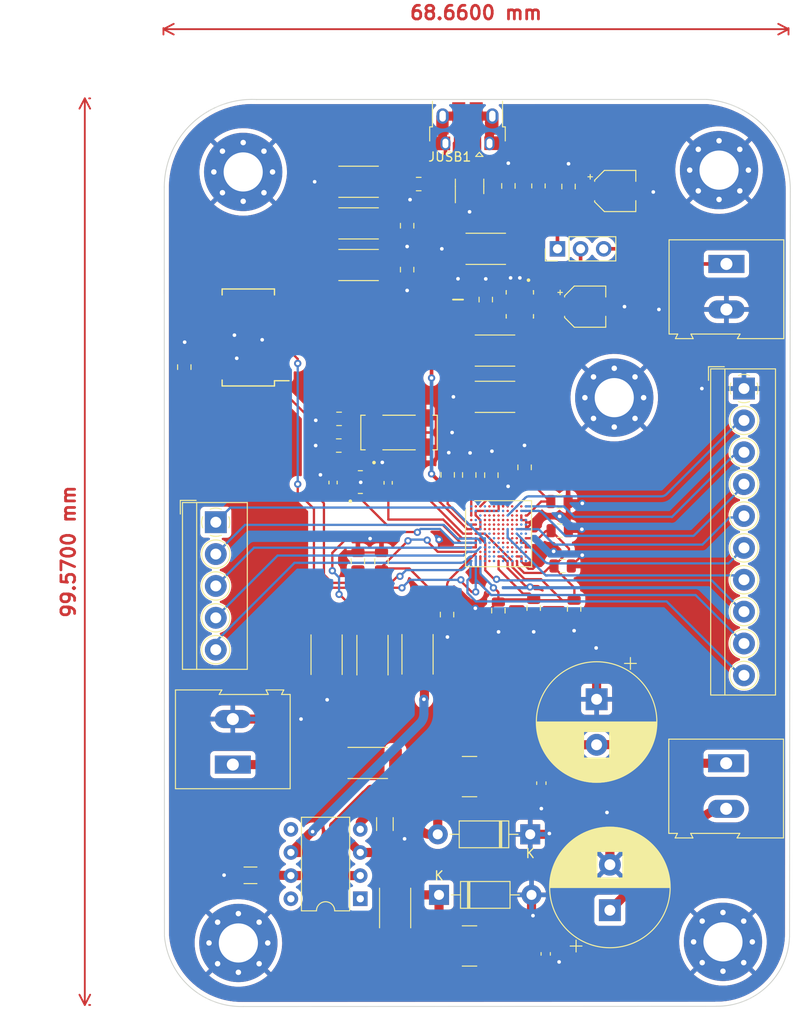
<source format=kicad_pcb>
(kicad_pcb (version 20211014) (generator pcbnew)
  (layers (0 "F.Cu" signal) (31 "B.Cu" signal) (34 "B.Paste" user) (35 "F.Paste" user) (36 "B.SilkS" user "B.Silkscreen") (37 "F.SilkS" user "F.Silkscreen") (38 "B.Mask" user) (39 "F.Mask" user) (44 "Edge.Cuts" user))
  (net 0 "")
  (net 1 "Net-(C101-Pad1)")
  (net 2 "GND")
  (net 3 "Net-(C102-Pad1)")
  (net 4 "Net-(C103-Pad1)")
  (net 5 "VBUS")
  (net 6 "VDD")
  (net 7 "VDDA")
  (net 8 "USB_3V3")
  (net 9 "OSC32_IN")
  (net 10 "OSC32_OUT")
  (net 11 "+V")
  (net 12 "-V")
  (net 13 "+V ampop")
  (net 14 "-V ampop")
  (net 15 "OSC_OUT")
  (net 16 "OSC_IN")
  (net 17 "Net-(C104-Pad1)")
  (net 18 "Net-(IB2-Pad1)")
  (net 19 "+BATT")
  (net 20 "Vsensor")
  (net 21 "ADC output")
  (net 22 "PWM_1H")
  (net 23 "PWM_1L")
  (net 24 "PWM_2H")
  (net 25 "PWM_2L")
  (net 26 "PWM_3H")
  (net 27 "PWM_3L")
  (net 28 "NRST")
  (net 29 "Net-(JUSB1-Pad2)")
  (net 30 "Net-(JUSB1-Pad3)")
  (net 32 "USB_D+")
  (net 33 "USB_D-")
  (net 34 "Net-(R601-Pad1)")
  (net 35 "Net-(R603-Pad1)")
  (net 36 "Net-(R603-Pad2)")
  (net 37 "PA2")
  (net 40 "PA3")
  (net 180 "Net-(IB2-Pad5)")
  (net 181 "PA1")
  (net 182 "PA0")
  (net 183 "PC3")
  (net 184 "PC2")
  (net 185 "PC1")
  (footprint "Capacitor_SMD:C_0805_2012Metric" (layer "F.Cu") (at 140.78225 48.16425 90)
    (fp_text reference "C104" hide)
    (fp_text value "10nF" hide)
  )
  (footprint "TerminalBlock:TerminalBlock_Altech_AK300-2_P5.00mm" (layer "F.Cu") (at 164.7 111.575 -90)
    (fp_text reference "J2" hide)
    (fp_text value "Screw_Terminal_01x02" hide)
  )
  (footprint "Capacitor_SMD:C_0805_2012Metric" (layer "F.Cu") (at 129.658 52.534 -90)
    (fp_text reference "C102" hide)
    (fp_text value "47pF" hide)
  )
  (footprint "CC0603CRNPO9BN6R8:CAPC1608X90" (layer "F.Cu") (at 127.572082 80.774998 90)
    (fp_text reference "C602" hide)
    (fp_text value "CC0603CRNPO9BN6R8" hide)
  )
  (footprint "Capacitor_THT:CP_Radial_D13.0mm_P5.00mm" (layer "F.Cu") (at 150.47 104.544785 -90)
    (fp_text reference "C502" hide)
    (fp_text value "1000uF" hide)
  )
  (footprint "Capacitor_SMD:C_1206_3216Metric" (layer "F.Cu") (at 112.45 123.88 180)
    (fp_text reference "C505" hide)
    (fp_text value "100nF" hide)
  )
  (footprint "Connector_USB:USB_Micro-B_Amphenol_10103594-0001LF_Horizontal" (layer "F.Cu") (at 136.262 41.612 180)
    (fp_text reference "JUSB1")
    (fp_text value "USB_B_Micro" hide)
  )
  (footprint "Resistor_SMD:R_2512_6332Metric_Pad1.40x3.35mm_HandSolder" (layer "F.Cu") (at 130.8 99.61 90)
    (fp_text reference "R603" hide)
    (fp_text value "1M" hide)
  )
  (footprint "Capacitor_SMD:C_0805_2012Metric" (layer "F.Cu") (at 138.91 79.93 90)
    (fp_text reference "C801" hide)
    (fp_text value "100nF" hide)
  )
  (footprint "Capacitor_SMD:C_0805_2012Metric" (layer "F.Cu") (at 147.38625 48.23025 90)
    (fp_text reference "C105" hide)
    (fp_text value "100nF" hide)
  )
  (footprint "Diode_THT:D_DO-41_SOD81_P10.16mm_Horizontal" (layer "F.Cu") (at 133.16 126.03)
    (fp_text reference "D1" hide)
    (fp_text value "1N4741A" hide)
  )
  (footprint "Resistor_SMD:R_0805_2012Metric" (layer "F.Cu") (at 144.08425 48.16425 90)
    (fp_text reference "FB101" hide)
    (fp_text value "FerriteBead_Small" hide)
  )
  (footprint "Package_TO_SOT_SMD:SOT-23-6" (layer "F.Cu") (at 136.516 48.216 90)
    (fp_text reference "U1" hide)
    (fp_text value "USBLC6-2P6" hide)
  )
  (footprint "MountingHole:MountingHole_4.3mm_M4_Pad_Via" (layer "F.Cu") (at 111.65 46.63)
    (fp_text reference "H1" hide)
    (fp_text value "MountingHole_Pad" hide)
  )
  (footprint "Capacitor_SMD:C_0805_2012Metric" (layer "F.Cu") (at 146.42 86.03)
    (fp_text reference "C810" hide)
    (fp_text value "100nF" hide)
  )
  (footprint "Resistor_SMD:R_2512_6332Metric_Pad1.40x3.35mm_HandSolder" (layer "F.Cu") (at 120.81 99.65 -90)
    (fp_text reference "R605" hide)
    (fp_text value "1M" hide)
  )
  (footprint "Resistor_SMD:R_2512_6332Metric_Pad1.40x3.35mm_HandSolder" (layer "F.Cu") (at 128.338224 127.47 -90)
    (fp_text reference "R602" hide)
    (fp_text value "10k" hide)
  )
  (footprint "Capacitor_SMD:C_0805_2012Metric" (layer "F.Cu") (at 122.18 73.75 180)
    (fp_text reference "C401" hide)
    (fp_text value "15pF" hide)
  )
  (footprint "Capacitor_SMD:C_0805_2012Metric" (layer "F.Cu") (at 142.56 79.072071 90)
    (fp_text reference "C809" hide)
    (fp_text value "100nF" hide)
  )
  (footprint "Capacitor_SMD:C_0603_1608Metric_Pad1.08x0.95mm_HandSolder" (layer "F.Cu") (at 144.4 113.7575 90)
    (fp_text reference "C504" hide)
    (fp_text value "220nF" hide)
  )
  (footprint "Diode_THT:D_DO-41_SOD81_P10.16mm_Horizontal" (layer "F.Cu") (at 143.18 119.38 180)
    (fp_text reference "D2" hide)
    (fp_text value "1N4741A" hide)
  )
  (footprint "Resistor_SMD:R_2512_6332Metric_Pad1.40x3.35mm_HandSolder" (layer "F.Cu") (at 125.33 111.54 180)
    (fp_text reference "R601" hide)
    (fp_text value "10k" hide)
  )
  (footprint "Resistor_SMD:R_2512_6332Metric_Pad1.40x3.35mm_HandSolder" (layer "F.Cu") (at 139.31 66.25)
    (fp_text reference "R202" hide)
    (fp_text value "20.5K" hide)
  )
  (footprint "Capacitor_SMD:C_0805_2012Metric" (layer "F.Cu") (at 138.294 60.65 90)
    (fp_text reference "C202" hide)
    (fp_text value "100nF" hide)
  )
  (footprint "ABS25-32:XTAL_ABS25-32.768KHZ-4-T" (layer "F.Cu") (at 128.77 75.25 90)
    (fp_text reference "Y4" hide)
    (fp_text value "ABS25-32.768KHZ-4-T" hide)
  )
  (footprint "Capacitor_SMD:C_0805_2012Metric" (layer "F.Cu") (at 134.11 79.9 90)
    (fp_text reference "C701" hide)
    (fp_text value "10nF" hide)
  )
  (footprint "Connector_PinHeader_2.54mm:PinHeader_1x03_P2.54mm_Vertical" (layer "F.Cu") (at 146.17 55.074 90)
    (fp_text reference "JP6" hide)
    (fp_text value "SolderJumper_3_Open" hide)
  )
  (footprint "Package_SO:SSOP-28_5.3x10.2mm_P0.65mm" (layer "F.Cu") (at 112.21 64.81 180)
    (fp_text reference "U3" hide)
    (fp_text value "FT232RL" hide)
  )
  (footprint "NX3225GA-26MHZ-TI:OSCCC320X250X90N" (layer "F.Cu") (at 124.520082 80.692998 90)
    (fp_text reference "Y1" hide)
    (fp_text value "NX3225GA-16.000M-STD-CRG-2" hide)
  )
  (footprint "MountingHole:MountingHole_4.3mm_M4_Pad_Via" (layer "F.Cu") (at 164.35 131.19)
    (fp_text reference "H5" hide)
    (fp_text value "MountingHole_Pad" hide)
  )
  (footprint "CC0603CRNPO9BN6R8:CAPC1608X90" (layer "F.Cu") (at 121.522082 80.744998 90)
    (fp_text reference "C601" hide)
    (fp_text value "CC0603CRNPO9BN6R8" hide)
  )
  (footprint "Capacitor_SMD:C_0805_2012Metric" (layer "F.Cu") (at 126.84 89.38 90)
    (fp_text reference "C703" hide)
    (fp_text value "1uF" hide)
  )
  (footprint "Capacitor_SMD:C_0805_2012Metric" (layer "F.Cu") (at 143.56 94.53 -90)
    (fp_text reference "C806" hide)
    (fp_text value "100nF" hide)
  )
  (footprint "TerminalBlock_4Ucon:TerminalBlock_4Ucon_1x05_P3.50mm_Horizontal" (layer "F.Cu") (at 108.64 85.1 -90)
    (fp_text reference "J4" hide)
    (fp_text value "Screw_Terminal_01x05" hide)
  )
  (footprint "Capacitor_SMD:C_0805_2012Metric" (layer "F.Cu") (at 124.25 89.38 90)
    (fp_text reference "C702" hide)
    (fp_text value "100nF" hide)
  )
  (footprint "TerminalBlock:TerminalBlock_Altech_AK300-2_P5.00mm" (layer "F.Cu") (at 110.51 111.72 90)
    (fp_text reference "J3" hide)
    (fp_text value "Screw_Terminal_01x02" hide)
  )
  (footprint "Capacitor_SMD:CP_Elec_4x5.4" (layer "F.Cu") (at 152.518 48.724)
    (fp_text reference "C106" hide)
    (fp_text value "4.7uF" hide)
  )
  (footprint "Capacitor_SMD:CP_Elec_4x5.4" (layer "F.Cu") (at 149.216 61.424)
    (fp_text reference "C201" hide)
    (fp_text value "4.7uF" hide)
  )
  (footprint "Resistor_SMD:R_2816_7142Metric_Pad3.20x4.45mm_HandSolder" (layer "F.Cu") (at 136.51 131.64 180)
    (fp_text reference "R1" hide)
    (fp_text value "100" hide)
  )
  (footprint "Capacitor_SMD:C_0805_2012Metric" (layer "F.Cu") (at 146.39 82.83)
    (fp_text reference "C802" hide)
    (fp_text value "100nF" hide)
  )
  (footprint "MountingHole:MountingHole_4.3mm_M4_Pad_Via" (layer "F.Cu") (at 111.12 131.31)
    (fp_text reference "H4" hide)
    (fp_text value "MountingHole_Pad" hide)
  )
  (footprint "Capacitor_SMD:C_0805_2012Metric" (layer "F.Cu") (at 134.0427 95.2473 -90)
    (fp_text reference "C808" hide)
    (fp_text value "100nF" hide)
  )
  (footprint "MountingHole:MountingHole_4.3mm_M4_Pad_Via" (layer "F.Cu") (at 152.409581 71.419581)
    (fp_text reference "H3")
    (fp_text value "MountingHole_Pad" hide)
  )
  (footprint "Resistor_SMD:R_2512_6332Metric_Pad1.40x3.35mm_HandSolder" (layer "F.Cu") (at 139.31 71.33 180)
    (fp_text reference "R203" hide)
    (fp_text value "11.8K" hide)
  )
  (footprint "Resistor_SMD:R_2512_6332Metric_Pad1.40x3.35mm_HandSolder" (layer "F.Cu") (at 124.324 47.708 180)
    (fp_text reference "R101" hide)
    (fp_text value "1M" hide)
  )
  (footprint "Capacitor_SMD:C_1206_3216Metric" (layer "F.Cu") (at 127.215645 118.252 90)
    (fp_text reference "C506" hide)
    (fp_text value "100nF" hide)
  )
  (footprint "Resistor_SMD:R_2512_6332Metric_Pad1.40x3.35mm_HandSolder" (layer "F.Cu") (at 125.85 99.7 90)
    (fp_text reference "R604" hide)
    (fp_text value "1M" hide)
  )
  (footprint "Capacitor_SMD:C_0805_2012Metric" (layer "F.Cu") (at 129.658 57.36 -90)
    (fp_text reference "C103" hide)
    (fp_text value "47pF" hide)
  )
  (footprint "SON95P300X300X100-7N:SON95P300X300X100-7N" (layer "F.Cu") (at 142.038 61.17 -90)
    (fp_text reference "IB2" hide)
    (fp_text value "ST1L05BPUR" hide)
  )
  (footprint "Package_DIP:DIP-8_W7.62mm" (layer "F.Cu") (at 124.508224 126.454 180)
    (fp_text reference "U6" hide)
    (fp_text value "LM741" hide)
  )
  (footprint "TerminalBlock_4Ucon:TerminalBlock_4Ucon_1x10_P3.50mm_Horizontal" (layer "F.Cu") (at 166.66 70.42 -90)
    (fp_text reference "J5" hide)
    (fp_text value "Screw_Terminal_01x10" hide)
  )
  (footprint "Capacitor_THT:CP_Radial_D13.0mm_P5.00mm" (layer "F.Cu") (at 151.93 127.715216 90)
    (fp_text reference "C501" hide)
    (fp_text value "1000uF" hide)
  )
  (footprint "Resistor_SMD:R_2512_6332Metric_Pad1.40x3.35mm_HandSolder" (layer "F.Cu") (at 138.294 55.074 180)
    (fp_text reference "R201" hide)
    (fp_text value "10K" hide)
  )
  (footprint "Capacitor_SMD:C_0805_2012Metric" (layer "F.Cu") (at 136.48 79.91 90)
    (fp_text reference "C804" hide)
    (fp_text value "100nF" hide)
  )
  (footprint "Capacitor_SMD:C_0805_2012Metric" (layer "F.Cu") (at 130.928 47.962 180)
    (fp_text reference "C101" hide)
    (fp_text value "4.7nF" hide)
  )
  (footprint "Resistor_SMD:R_2512_6332Metric_Pad1.40x3.35mm_HandSolder" (layer "F.Cu") (at 124.324 56.852 180)
    (fp_text reference "R103" hide)
    (fp_text value "27" hide)
  )
  (footprint "Capacitor_SMD:C_0805_2012Metric" (layer "F.Cu") (at 122.15 76.68 180)
    (fp_text reference "C402" hide)
    (fp_text value "15pF" hide)
  )
  (footprint "Package_BGA:UFBGA-169_7x7mm_Layout13x13_P0.5mm" (layer "F.Cu") (at 139.7 86.36)
    (fp_text reference "U7" hide)
    (fp_text value "STM32L4R9AIIx" hide)
  )
  (footprint "Resistor_SMD:R_2816_7142Metric_Pad3.20x4.45mm_HandSolder" (layer "F.Cu") (at 136.51 113.04 180)
    (fp_text reference "R2" hide)
    (fp_text value "100" hide)
  )
  (footprint "TPSR106K006R1000:CAPC2012X140N" (layer "F.Cu") (at 135.246 60.65 90)
    (fp_text reference "C203" hide)
    (fp_text value "TPSR106K006R1000" hide)
  )
  (footprint "Capacitor_SMD:C_0805_2012Metric" (layer "F.Cu") (at 148 94.62 -90)
    (fp_text reference "C807" hide)
    (fp_text value "100nF" hide)
  )
  (footprint "Resistor_SMD:R_2512_6332Metric_Pad1.40x3.35mm_HandSolder" (layer "F.Cu") (at 124.324 52.28 180)
    (fp_text reference "R102" hide)
    (fp_text value "27" hide)
  )
  (footprint "Capacitor_SMD:C_0603_1608Metric_Pad1.08x0.95mm_HandSolder" (layer "F.Cu") (at 144.88 132.51 -90)
    (fp_text reference "C503" hide)
    (fp_text value "220nF" hide)
  )
  (footprint "Capacitor_SMD:C_0805_2012Metric" (layer "F.Cu") (at 146.74 89.91)
    (fp_text reference "C803" hide)
    (fp_text value "100nF" hide)
  )
  (footprint "TerminalBlock:TerminalBlock_Altech_AK300-2_P5.00mm" (layer "F.Cu") (at 164.73 56.735 -90)
    (fp_text reference "J1" hide)
    (fp_text value "Screw_Terminal_01x02" hide)
  )
  (footprint "Capacitor_SMD:C_0805_2012Metric" (layer "F.Cu") (at 105.179 68.065 90)
    (fp_text reference "C301" hide)
    (fp_text value "100nF" hide)
  )
  (footprint "Capacitor_SMD:C_0805_2012Metric" (layer "F.Cu") (at 139.68 94.814142 -90)
    (fp_text reference "C805" hide)
    (fp_text value "100nF" hide)
  )
  (footprint "MountingHole:MountingHole_4.3mm_M4_Pad_Via" (layer "F.Cu") (at 163.92 46.43)
    (fp_text reference "H2" hide)
    (fp_text value "MountingHole_Pad" hide)
  )
  (gr_arc (start 162.58 38.6675) (mid 169.18665 41.93091) (end 171.747488 48.840307) (layer "Edge.Cuts") (width 0.1))
  (gr_arc (start 111.66 138.29) (mid 105.803449 136.142284) (end 103 130.57) (layer "Edge.Cuts") (width 0.1))
  (gr_arc (start 171.662512 130.589693) (mid 169.194578 136.075601) (end 163.59 138.26) (layer "Edge.Cuts") (width 0.1))
  (gr_line (start 162.58 38.6675) (end 113.12 38.6725) (layer "Edge.Cuts") (width 0.1))
  (gr_arc (start 102.98 48.29) (mid 105.998801 41.318613) (end 113.12 38.6725) (layer "Edge.Cuts") (width 0.1))
  (gr_line (start 102.98 48.29) (end 103 130.57) (layer "Edge.Cuts") (width 0.1))
  (gr_line (start 171.662512 130.589693) (end 171.747488 48.840307) (layer "Edge.Cuts") (width 0.1))
  (gr_line (start 111.66 138.29) (end 163.6 138.27) (layer "Edge.Cuts") (width 0.1))
  (dimension (type aligned) (layer "F.Cu") (pts (xy 102.89 30.33) (xy 171.55 30.33)) (height 0.62) (gr_text "68,6600 mm" (at 137.22 29.15) (layer "F.Cu") (effects (font (size 1.5 1.5) (thickness 0.3)))) (format (units 3) (units_format 1) (precision 4)) (style (thickness 0.2) (arrow_length 1.27) (text_position_mode 0) (extension_height 0.58642) (extension_offset 0.5) keep_text_aligned))
  (dimension (type aligned) (layer "F.Cu") (pts (xy 94.23 38.55) (xy 94.23 138.12)) (height -0.02) (gr_text "99,5700 mm" (at 92.45 88.335 90) (layer "F.Cu") (effects (font (size 1.5 1.5) (thickness 0.3)))) (format (units 3) (units_format 1) (precision 4)) (style (thickness 0.2) (arrow_length 1.27) (text_position_mode 0) (extension_height 0.58642) (extension_offset 0.5) keep_text_aligned))
  (segment (start 133.867 47.055) (end 132.96 47.962) (width 0.4) (layer "F.Cu") (net 1))
  (segment (start 132.96 47.962) (end 131.878 47.962) (width 0.4) (layer "F.Cu") (net 1))
  (segment (start 138.707 43.497) (end 138.707 41.245406) (width 1) (layer "F.Cu") (net 1))
  (segment (start 133.867 45.567) (end 133.867 46.039) (width 0.4) (layer "F.Cu") (net 1))
  (segment (start 139.017 40.497) (end 139.017 41.427) (width 1) (layer "F.Cu") (net 1))
  (segment (start 139.017 40.497) (end 133.557 40.497) (width 1) (layer "F.Cu") (net 1))
  (segment (start 133.468 46.438) (end 128.644 46.438) (width 0.4) (layer "F.Cu") (net 1))
  (segment (start 133.867 46.039) (end 133.867 47.055) (width 0.4) (layer "F.Cu") (net 1))
  (segment (start 133.557 40.497) (end 133.557 42.748594) (width 1) (layer "F.Cu") (net 1))
  (segment (start 133.468 46.438) (end 133.867 46.039) (width 0.4) (layer "F.Cu") (net 1))
  (segment (start 128.644 46.438) (end 127.374 47.708) (width 0.4) (layer "F.Cu") (net 1))
  (segment (start 133.867 43.497) (end 133.867 45.567) (width 0.4) (layer "F.Cu") (net 1))
  (arc (start 133.557 42.748594) (mid 133.637567 43.153628) (end 133.867 43.497) (width 1) (layer "F.Cu") (net 1))
  (arc (start 138.707 41.245406) (mid 138.787566 40.840372) (end 139.017 40.497) (width 1) (layer "F.Cu") (net 1))
  (segment (start 147.38625 47.28025) (end 147.38625 45.732603) (width 0.4) (layer "F.Cu") (net 2))
  (segment (start 140.69 89.496396) (end 140.053604 88.86) (width 0.25) (layer "F.Cu") (net 2))
  (segment (start 137.18 83.96) (end 137.230502 83.909498) (width 0.25) (layer "F.Cu") (net 2))
  (segment (start 126.53 86.9) (end 126.82 87.19) (width 0.25) (layer "F.Cu") (net 2))
  (segment (start 113.805 65.135) (end 113.734 65.064) (width 0.4) (layer "F.Cu") (net 2))
  (segment (start 137.2 87.86) (end 133.208284 87.86) (width 0.25) (layer "F.Cu") (net 2))
  (segment (start 134.598 74.733478) (end 134.598 75.25) (width 0.25) (layer "F.Cu") (net 2))
  (segment (start 137.7 83.86) (end 139.637574 83.86) (width 0.25) (layer "F.Cu") (net 2))
  (segment (start 148 95.57) (end 148 97.013432) (width 0.25) (layer "F.Cu") (net 2))
  (segment (start 129.978 49.674) (end 129.978 47.962) (width 0.4) (layer "F.Cu") (net 2))
  (segment (start 127.581149 79.181149) (end 127.581149 79.911488) (width 0.25) (layer "F.Cu") (net 2))
  (segment (start 142.22 88.86) (end 142.22 89.415858) (width 0.25) (layer "F.Cu") (net 2))
  (segment (start 131.52 76.85) (end 133.370089 76.85) (width 0.25) (layer "F.Cu") (net 2))
  (segment (start 136.57 77.49) (end 136.569218 77.490782) (width 0.25) (layer "F.Cu") (net 2))
  (segment (start 144.384287 89.305713) (end 144.384287 88.919401) (width 0.25) (layer "F.Cu") (net 2))
  (segment (start 134.987 43.377) (end 134.866 43.498) (width 0.4) (layer "F.Cu") (net 2))
  (segment (start 139.73 82.18) (end 139.73 82.153604) (width 0.25) (layer "F.Cu") (net 2))
  (segment (start 134.584 75.721395) (end 134.584 75.283798) (width 0.25) (layer "F.Cu") (net 2))
  (segment (start 119.498 47.708) (end 121.274 47.708) (width 0.4) (layer "F.Cu") (net 2))
  (segment (start 134.866 47.818817) (end 135.306447 48.259264) (width 0.4) (layer "F.Cu") (net 2))
  (segment (start 134.0427 97.6673) (end 134.0427 96.1973) (width 0.25) (layer "F.Cu") (net 2))
  (segment (start 135.246 58.364) (end 135.246 59.75) (width 0.4) (layer "F.Cu") (net 2))
  (segment (start 115.81 65.135) (end 113.805 65.135) (width 0.4) (layer "F.Cu") (net 2))
  (segment (start 126.84 88.37267) (end 126.84 88.43) (width 0.25) (layer "F.Cu") (net 2))
  (segment (start 144.608283 87.867573) (end 145.04071 88.3) (width 0.25) (layer "F.Cu") (net 2))
  (segment (start 110.615 64.485) (end 110.686 64.556) (width 0.4) (layer "F.Cu") (net 2))
  (segment (start 138.573431 92.773432) (end 138.41 92.61) (width 0.25) (layer "F.Cu") (net 2))
  (segment (start 129.658 54.82) (end 129.658 53.484) (width 0.4) (layer "F.Cu") (net 2))
  (segment (start 137.7 88.86) (end 137.7 91.898291) (width 0.25) (layer "F.Cu") (net 2))
  (segment (start 134.739161 71.33) (end 136.26 71.33) (width 0.4) (layer "F.Cu") (net 2))
  (segment (start 144.421213 88.898787) (end 145.02 88.3) (width 0.25) (layer "F.Cu") (net 2))
  (segment (start 125.59 86.9) (end 126.53 86.9) (width 0.25) (layer "F.Cu") (net 2))
  (segment (start 134.23 77.46) (end 134.23 78.660295) (width 0.25) (layer "F.Cu") (net 2))
  (segment (start 133.16 87.84) (end 133.16 87) (width 0.25) (layer "F.Cu") (net 2))
  (segment (start 124.25 88.43) (end 124.25 87.524142) (width 0.25) (layer "F.Cu") (net 2))
  (segment (start 120.133905 79.894998) (end 121.522082 79.894998) (width 0.25) (layer "F.Cu") (net 2))
  (segment (start 105.179 67.115) (end 105.179 65.365) (width 0.4) (layer "F.Cu") (net 2))
  (segment (start 129.658 59.646) (end 129.658 58.31) (width 0.4) (layer "F.Cu") (net 2))
  (segment (start 148.43 82.83) (end 148.63 83.03) (width 0.25) (layer "F.Cu") (net 2))
  (segment (start 137.2 84.36) (end 137.593933 84.753933) (width 0.25) (layer "F.Cu") (net 2))
  (segment (start 157.315 61.735) (end 164.73 61.735) (width 0.25) (layer "F.Cu") (net 2))
  (segment (start 125.18 81.34) (end 124.558348 80.718347) (width 0.25) (layer "F.Cu") (net 2))
  (segment (start 109.57 123.88) (end 109.55 123.86) (width 1) (layer "F.Cu") (net 2))
  (segment (start 138.969225 77.300775) (end 138.969225 78.87574) (width 0.25) (layer "F.Cu") (net 2))
  (segment (start 145.07 84.45) (end 146.41 84.45) (width 0.25) (layer "F.Cu") (net 2))
  (segment (start 105.179 65.365) (end 105.219 65.325) (width 0.4) (layer "F.Cu") (net 2))
  (segment (start 121.23 73.75) (end 119.976274 73.75) (width 0.25) (layer "F.Cu") (net 2))
  (segment (start 136.569218 77.490782) (end 136.569218 78.783072) (width 0.25) (layer "F.Cu") (net 2))
  (segment (start 142.99 90.22) (end 143.47 90.22) (width 0.25) (layer "F.Cu") (net 2))
  (segment (start 142.038 59.735) (end 142.038 58.2675) (width 0.4) (layer "F.Cu") (net 2))
  (segment (start 141.088 58.3335) (end 141.022 58.2675) (width 0.4) (layer "F.Cu") (net 2))
  (segment (start 121.2 76.68) (end 119.61 76.68) (width 0.25) (layer "F.Cu") (net 2))
  (segment (start 137.897063 92.097064) (end 138.41 92.61) (width 0.25) (layer "F.Cu") (net 2))
  (segment (start 108.61 67.735) (end 110.301 67.735) (width 0.4) (layer "F.Cu") (net 2))
  (segment (start 134.866 43.498) (end 134.866 47.818817) (width 0.4) (layer "F.Cu") (net 2))
  (segment (start 133.468 55.074) (end 135.244 55.074) (width 0.4) (layer "F.Cu") (net 2))
  (segment (start 136.516 51.01) (end 136.516 49.3535) (width 0.4) (layer "F.Cu") (net 2))
  (segment (start 141.7 88.86) (end 142.22 88.86) (width 0.25) (layer "F.Cu") (net 2))
  (segment (start 139.73 82.153604) (end 140.704939 81.178665) (width 0.25) (layer "F.Cu") (net 2))
  (segment (start 147.34 82.83) (end 148.43 82.83) (width 0.25) (layer "F.Cu") (net 2))
  (segment (start 142.72 92.17) (end 142.432467 91.882468) (width 0.25) (layer "F.Cu") (net 2))
  (segment (start 131.52 73.65) (end 133.193922 73.65) (width 0.25) (layer "F.Cu") (net 2))
  (segment (start 143.16 92.2145) (end 142.827432 92.2145) (width 0.25) (layer "F.Cu") (net 2))
  (segment (start 124.89 86.9) (end 125.59 86.9) (width 0.25) (layer "F.Cu") (net 2))
  (segment (start 137.2 86.86) (end 137.2 87.86) (width 0.25) (layer "F.Cu") (net 2))
  (segment (start 135.912081 48.259264) (end 136.516 48.863183) (width 0.4) (layer "F.Cu") (net 2))
  (segment (start 142.17 86.89) (end 142.17 87.315858) (width 0.25) (layer "F.Cu") (net 2))
  (segment (start 133.584 76.761395) (end 134.555715 75.78968) (width 0.25) (layer "F.Cu") (net 2))
  (segment (start 131.706 73.472) (end 131.528 73.65) (width 0.4) (layer "F.Cu") (net 2))
  (segment (start 143.47 90.22) (end 144.384287 89.305713) (width 0.25) (layer "F.Cu") (net 2))
  (segment (start 139.71 83.83) (end 139.71 83.384142) (width 0.25) (layer "F.Cu") (net 2))
  (segment (start 140.69 90.136935) (end 140.69 89.496396) (width 0.25) (layer "F.Cu") (net 2))
  (segment (start 126.93 78.53) (end 127.581149 79.181149) (width 0.25) (layer "F.Cu") (net 2))
  (segment (start 124.26 87.5) (end 124.838787 86.921213) (width 0.25) (layer "F.Cu") (net 2))
  (segment (start 142.55 76.662071) (end 142.55 78.097929) (width 0.25) (layer "F.Cu") (net 2))
  (segment (start 110.975 123.88) (end 109.57 123.88) (width 1) (layer "F.Cu") (net 2))
  (segment (start 133.847345 73.93474) (end 134.564 74.651395) (width 0.25) (layer "F.Cu") (net 2))
  (segment (start 137.18 84.311716) (end 137.18 83.96) (width 0.25) (layer "F.Cu") (net 2))
  (segment (start 137.7 91.898291) (end 137.895855 92.094146) (width 0.25) (layer "F.Cu") (net 2))
  (segment (start 110.301 67.735) (end 110.94 67.096) (width 0.4) (layer "F.Cu") (net 2))
  (segment (start 142.4303 91.877235) (end 140.69 90.136935) (width 0.25) (layer "F.Cu") (net 2))
  (segment (start 142.21 89.44) (end 142.99 90.22) (width 0.25) (layer "F.Cu") (net 2))
  (segment (start 144.88 133.3725) (end 146.300095 133.3725) (width 1) (layer "F.Cu") (net 2))
  (segment (start 142.7 87.36) (end 142.7 87.86) (width 0.25) (layer "F.Cu") (net 2))
  (segment (start 147.7 89.91) (end 148.89 88.72) (width 0.25) (layer "F.Cu") (net 2))
  (segment (start 108.61 64.485) (end 110.615 64.485) (width 0.4) (layer "F.Cu") (net 2))
  (segment (start 139.68 95.764142) (end 139.68 97.095858) (width 0.25) (layer "F.Cu") (net 2))
  (segment (start 137.15 94.55) (end 138.516863 93.183137) (width 0.25) (layer "F.Cu") (net 2))
  (segment (start 136.516 48.863183) (end 136.516 49.3535) (width 0.4) (layer "F.Cu") (net 2))
  (segment (start 127.215645 119.727) (end 129.025585 119.727) (width 1) (layer "F.Cu") (net 2))
  (segment (start 135.306447 48.259264) (end 135.912081 48.259264) (width 0.4) (layer "F.Cu") (net 2))
  (segment (start 147.742995 85.8755) (end 148.85 85.8755) (width 0.25) (layer "F.Cu") (net 2))
  (segment (start 140.78225 47.21425) (end 140.78225 45.694745) (width 0.4) (layer "F.Cu") (net 2))
  (segment (start 143.57 85.86) (end 144.91636 84.51364) (width 0.25) (layer "F.Cu") (net 2))
  (segment (start 144.4 114.62) (end 144.4 116.5515) (width 1) (layer "F.Cu") (net 2))
  (segment (start 150.47 104.544785) (end 150.47 99.03071) (width 1) (layer "F.Cu") (net 2))
  (segment (start 143.18 119.38) (end 145.062721 119.38) (width 1) (layer "F.Cu") (net 2))
  (segment (start 124.25 88.43) (end 126.84 88.43) (width 0.25) (layer "F.Cu") (net 2))
  (segment (start 142.7 85.86) (end 143.57 85.86) (width 0.25) (layer "F.Cu") (net 2))
  (segment (start 138.97 77.3) (end 138.969225 77.300775) (width 0.25) (layer "F.Cu") (net 2))
  (segment (start 142.228284 87.36) (end 142.7 87.36) (width 0.25) (layer "F.Cu") (net 2))
  (segment (start 154.318 48.724) (end 156.435265 48.724) (width 0.4) (layer "F.Cu") (net 2))
  (segment (start 142.73 84.87) (end 142.73 85.787574) (width 0.25) (layer "F.Cu") (net 2))
  (segment (start 148.63 83.03) (end 148.89929 83.03) (width 0.25) (layer "F.Cu") (net 2))
  (segment (start 139.7 83.36) (end 139.7 82.252426) (width 0.25) (layer "F.Cu") (net 2))
  (segment (start 151.93 122.715216) (end 151.93 117.752548) (width 1) (layer "F.Cu") (net 2))
  (segment (start 147.69 89.91) (end 147.7 89.91) (width 0.25) (layer "F.Cu") (net 2))
  (segment (start 142.7 87.86) (end 144.56929 87.86) (width 0.25) (layer "F.Cu") (net 2))
  (segment (start 142.224142 84.87) (end 142.73 84.87) (width 0.25) (layer "F.Cu") (net 2))
  (segment (start 145.04071 88.3) (end 145.75071 88.3) (width 0.25) (layer "F.Cu") (net 2))
  (segment (start 137.35 83.86) (end 137.7 83.86) (width 0.25) (layer "F.Cu") (net 2))
  (segment (start 118.001006 106.72) (end 110.51 106.72) (width 1) (layer "F.Cu") (net 2))
  (segment (start 108.61 67.085) (end 110.929 67.085) (width 0.4) (layer "F.Cu") (net 2))
  (segment (start 137.7 85.01) (end 137.7 85.825859) (width 0.25) (layer "F.Cu") (net 2))
  (segment (start 143.16 92.2145) (end 142.976482 92.030982) (width 0.25) (layer "F.Cu") (net 2))
  (segment (start 141.088 59.735) (end 141.088 58.3335) (width 0.4) (layer "F.Cu") (net 2))
  (segment (start 143.32 126.03) (end 143.32 127.923726) (width 1) (layer "F.Cu") (net 2))
  (segment (start 138.294 59.7) (end 138.294 58.376) (width 0.4) (layer "F.Cu") (net 2))
  (segment (start 143.56 95.48) (end 143.56 97.14) (width 0.25) (layer "F.Cu") (net 2))
  (segment (start 126.82 87.19) (end 126.82 88.381716) (width 0.25) (layer "F.Cu") (net 2))
  (segment (start 110.929 67.085) (end 110.94 67.096) (width 0.4) (layer "F.Cu") (net 2))
  (segment (start 140.053604 88.86) (end 139.7 88.86) (width 0.25) (layer "F.Cu") (net 2))
  (segment (start 153.534 61.424) (end 151.016 61.424) (width 1) (layer "F.Cu") (net 2))
  (segment (start 136 70.562) (end 136.006 70.568) (width 0.4) (layer "F.Cu") (net 2))
  (segment (start 142.2 86.86) (end 142.17 86.89) (width 0.25) (layer "F.Cu") (net 2))
  (segment (start 142.2 84.36) (end 142.2 84.86) (width 0.25) (layer "F.Cu") (net 2))
  (segment (start 137.2 85.86) (end 137.685858 85.86) (width 0.25) (layer "F.Cu") (net 2))
  (segment (start 120.81 102.7) (end 120.81 104.455148) (width 1) (layer "F.Cu") (net 2))
  (via (at 143.48 128.31) (size 0.8) (drill 0.4) (layers "F.Cu" "B.Cu") (net 2))
  (via (at 129.978 49.674) (size 0.8) (drill 0.4) (layers "F.Cu" "B.Cu") (net 2))
  (via (at 134.0827 97.7073) (size 0.8) (drill 0.4) (layers "F.Cu" "B.Cu") (net 2))
  (via (at 145.75071 88.3) (size 0.8) (drill 0.4) (layers "F.Cu" "B.Cu") (net 2))
  (via (at 148.89 88.72) (size 0.8) (drill 0.4) (layers "F.Cu" "B.Cu") (net 2))
  (via (at 142.55 76.662071) (size 0.8) (drill 0.4) (layers "F.Cu" "B.Cu") (net 2))
  (via (at 150.42 98.91) (size 0.8) (drill 0.4) (layers "F.Cu" "B.Cu") (net 2))
  (via (at 162.030416 70.42) (size 0.8) (drill 0.4) (layers "F.Cu" "B.Cu") (net 2))
  (via (at 134.739161 71.33) (size 0.8) (drill 0.4) (layers "F.Cu" "B.Cu") (net 2))
  (via (at 129.658 59.646) (size 0.8) (drill 0.4) (layers "F.Cu" "B.Cu") (net 2))
  (via (at 120.87 104.6) (size 0.8) (drill 0.4) (layers "F.Cu" "B.Cu") (net 2))
  (via (at 147.386 45.732) (size 0.8) (drill 0.4) (layers "F.Cu" "B.Cu") (net 2))
  (via (at 136.516 51.01) (size 0.8) (drill 0.4) (layers "F.Cu" "B.Cu") (net 2))
  (via (at 138.294 58.376) (size 0.8) (drill 0.4) (layers "F.Cu" "B.Cu") (net 2))
  (via (at 141.022 58.2675) (size 0.8) (drill 0.4) (layers "F.Cu" "B.Cu") (net 2))
  (via (at 119.62 73.91) (size 0.8) (drill 0.4) (layers "F.Cu" "B.Cu") (net 2))
  (via (at 110.686 64.556) (size 0.8) (drill 0.4) (layers "F.Cu" "B.Cu") (net 2))
  (via (at 137.15 94.55) (size 0.8) (drill 0.4) (layers "F.Cu" "B.Cu") (net 2))
  (via (at 140.75 81.16) (size 0.8) (drill 0.4) (layers "F.Cu" "B.Cu") (net 2))
  (via (at 142.038 58.2675) (size 0.8) (drill 0.4) (layers "F.Cu" "B.Cu") (net 2))
  (via (at 157.315 61.735) (size 0.8) (drill 0.4) (layers "F.Cu" "B.Cu") (net 2))
  (via (at 153.534 61.424) (size 0.8) (drill 0.4) (layers "F.Cu" "B.Cu") (net 2))
  (via (at 129.658 54.82) (size 0.8) (drill 0.4) (layers "F.Cu" "B.Cu") (net 2))
  (via (at 133.468 55.074) (size 0.8) (drill 0.4) (layers "F.Cu" "B.Cu") (net 2))
  (via (at 136.57 77.49) (size 0.8) (drill 0.4) (layers "F.Cu" "B.Cu") (net 2))
  (via (at 120.133905 79.894998) (size 0.8) (drill 0.4) (layers "F.Cu" "B.Cu") (net 2))
  (via (at 148.89929 83.03) (size 0.8) (drill 0.4) (layers "F.Cu" "B.Cu") (net 2))
  (via (at 124.558348 80.718347) (size 0.8) (drill 0.4) (layers "F.Cu" "B.Cu") (net 2))
  (via (at 135.246 58.364) (size 0.8) (drill 0.4) (layers "F.Cu" "B.Cu") (net 2))
  (via (at 145.28 119.29) (size 0.8) (drill 0.4) (layers "F.Cu" "B.Cu") (net 2))
  (via (at 125.59 86.9) (size 0.8) (drill 0.4) (layers "F.Cu" "B.Cu") (net 2))
  (via (at 110.94 67.096) (size 0.8) (drill 0.4) (layers "F.Cu" "B.Cu") (net 2))
  (via (at 156.696 48.832) (size 0.8) (drill 0.4) (layers "F.Cu" "B.Cu") (net 2))
  (via (at 126.93 78.53) (size 0.8) (drill 0.4) (layers "F.Cu" "B.Cu") (net 2))
  (via (at 140.772 45.67) (size 0.8) (drill 0.4) (layers "F.Cu" "B.Cu") (net 2))
  (via (at 113.734 65.064) (size 0.8) (drill 0.4) (layers "F.Cu" "B.Cu") (net 2))
  (via (at 119.61 76.68) (size 0.8) (drill 0.4) (layers "F.Cu" "B.Cu") (net 2))
  (via (at 146.41 84.45) (size 0.8) (drill 0.4) (layers "F.Cu" "B.Cu") (net 2))
  (via (at 118.001006 106.72) (size 0.8) (drill 0.4) (layers "F.Cu" "B.Cu") (net 2))
  (via (at 133.16 87) (size 0.8) (drill 0.4) (layers "F.Cu" "B.Cu") (net 2))
  (via (at 148 97.013432) (size 0.8) (drill 0.4) (layers "F.Cu" "B.Cu") (net 2))
  (via (at 144.4 116.5515) (size 0.8) (drill 0.4) (layers "F.Cu" "B.Cu") (net 2))
  (via (at 105.219 65.325) (size 0.8) (drill 0.4) (layers "F.Cu" "B.Cu") (net 2))
  (via (at 139.7 97.144142) (size 0.8) (drill 0.4) (layers "F.Cu" "B.Cu") (net 2))
  (via (at 146.352 133.394) (size 0.8) (drill 0.4) (layers "F.Cu" "B.Cu") (net 2))
  (via (at 143.16 92.2145) (size 0.8) (drill 0.4) (layers "F.Cu" "B.Cu") (net 2))
  (via (at 129.375645 119.872) (size 0.8) (drill 0.4) (layers "F.Cu" "B.Cu") (net 2))
  (via (at 134.598 75.25) (size 0.8) (drill 0.4) (layers "F.Cu" "B.Cu") (net 2))
  (via (at 148.85 85.8755) (size 0.8) (drill 0.4) (layers "F.Cu" "B.Cu") (net 2))
  (via (at 134.23 77.46) (size 0.8) (drill 0.4) (layers "F.Cu" "B.Cu") (net 2))
  (via (at 138.97 77.3) (size 0.8) (drill 0.4) (layers "F.Cu" "B.Cu") (net 2))
  (via (at 109.55 123.86) (size 0.8) (drill 0.4) (layers "F.Cu" "B.Cu") (net 2))
  (via (at 143.56 97.14) (size 0.8) (drill 0.4) (layers "F.Cu" "B.Cu") (net 2))
  (via (at 119.498 47.708) (size 0.8) (drill 0.4) (layers "F.Cu" "B.Cu") (net 2))
  (via (at 151.61 116.98) (size 0.8) (drill 0.4) (layers "F.Cu" "B.Cu") (net 2))
  (arc (start 137.230502 83.909498) (mid 137.285328 83.872864) (end 137.35 83.86) (width 0.25) (layer "F.Cu") (net 2))
  (arc (start 120.81 104.455148) (mid 120.825594 104.533541) (end 120.87 104.6) (width 1) (layer "F.Cu") (net 2))
  (arc (start 142.22 89.415858) (mid 142.217401 89.428924) (end 142.21 89.44) (width 0.25) (layer "F.Cu") (net 2))
  (arc (start 138.516863 93.183137) (mid 138.600597 93.05782) (end 138.63 92.91) (width 0.25) (layer "F.Cu") (net 2))
  (arc (start 126.82 88.381716) (mid 126.825198 88.407847) (end 126.84 88.43) (width 0.25) (layer "F.Cu") (net 2))
  (arc (start 127.581149 79.911488) (mid 127.576809 79.918627) (end 127.572082 79.924998) (width 0.25) (layer "F.Cu") (net 2))
  (arc (start 140.704939 81.178665) (mid 140.725613 81.164851) (end 140.75 81.16) (width 0.25) (layer "F.Cu") (net 2))
  (arc (start 133.318 73.701395) (mid 133.62288 73.762039) (end 133.881345 73.93474) (width 0.25) (layer "F.Cu") (net 2))
  (arc (start 142.17 87.315858) (mid 142.172599 87.328923) (end 142.18 87.34) (width 0.25) (layer "F.Cu") (net 2))
  (arc (start 150.47 99.03071) (mid 150.457005 98.965382) (end 150.42 98.91) (width 1) (layer "F.Cu") (net 2))
  (arc (start 137.2 84.36) (mid 137.185197 84.337847) (end 137.18 84.311716) (width 0.25) (layer "F.Cu") (net 2))
  (arc (start 119.976274 73.75) (mid 119.767224 73.791583) (end 119.59 73.91) (width 0.25) (layer "F.Cu") (net 2))
  (arc (start 156.435265 48.724) (mid 156.576373 48.752069) (end 156.696 48.832) (width 0.4) (layer "F.Cu") (net 2))
  (arc (start 134.23 78.660295) (mid 134.198813 78.817082) (end 134.11 78.95) (width 0.25) (layer "F.Cu") (net 2))
  (arc (start 133.208284 87.86) (mid 133.182153 87.854802) (end 133.16 87.84) (width 0.25) (layer "F.Cu") (net 2))
  (arc (start 142.2 84.86) (mid 142.211076 84.867401) (end 142.224142 84.87) (width 0.25) (layer "F.Cu") (net 2))
  (arc (start 129.025585 119.727) (mid 129.215036 119.764685) (end 129.375645 119.872) (width 1) (layer "F.Cu") (net 2))
  (arc (start 142.18 87.34) (mid 142.202153 87.354802) (end 142.228284 87.36) (width 0.25) (layer "F.Cu") (net 2))
  (arc (start 144.91636 84.51364) (mid 144.98685 84.46654) (end 145.07 84.45) (width 0.25) (layer "F.Cu") (net 2))
  (arc (start 146.300095 133.3725) (mid 146.328185 133.378088) (end 146.352 133.394) (width 1) (layer "F.Cu") (net 2))
  (arc (start 140.78225 45.694745) (mid 140.779586 45.681353) (end 140.772 45.67) (width 0.4) (layer "F.Cu") (net 2))
  (arc (start 137.593933 84.753933) (mid 137.672434 84.871418) (end 137.7 85.01) (width 0.25) (layer "F.Cu") (net 2))
  (arc (start 144.59 87.86) (mid 144.599895 87.861968) (end 144.608283 87.867573) (width 0.25) (layer "F.Cu") (net 2))
  (arc (start 147.45 90.06) (mid 147.542388 90.041623) (end 147.62071 89.989289) (width 0.4) (layer "F.Cu") (net 2))
  (arc (start 142.73 85.787574) (mid 142.722203 85.826771) (end 142.7 85.86) (width 0.25) (layer "F.Cu") (net 2))
  (arc (start 143.32 127.923726) (mid 143.361583 128.132776) (end 143.48 128.31) (width 1) (layer "F.Cu") (net 2))
  (arc (start 139.68 97.095858) (mid 139.685198 97.121989) (end 139.7 97.144142) (width 0.25) (layer "F.Cu") (net 2))
  (arc (start 137.7 85.825859) (mid 137.696324 85.844336) (end 137.685858 85.86) (width 0.25) (layer "F.Cu") (net 2))
  (arc (start 137.895855 92.094146) (mid 137.896169 92.095725) (end 137.897063 92.097064) (width 0.25) (layer "F.Cu") (net 2))
  (arc (start 142.827432 92.2145) (mid 142.76929 92.202935) (end 142.72 92.17) (width 0.25) (layer "F.Cu") (net 2))
  (arc (start 134.584 75.283798) (mid 134.587639 75.265507) (end 134.598 75.25) (width 0.25) (layer "F.Cu") (net 2))
  (arc (start 134.564 74.651395) (mid 134.589164 74.689055) (end 134.598 74.733478) (width 0.25) (layer "F.Cu") (net 2))
  (arc (start 138.969225 78.87574) (mid 138.945814 78.931714) (end 138.91 78.98) (width 0.25) (layer "F.Cu") (net 2))
  (arc (start 139.71 83.384142) (mid 139.707401 83.371076) (end 139.7 83.36) (width 0.25) (layer "F.Cu") (net 2))
  (arc (start 139.637574 83.86) (mid 139.676771 83.852203) (end 139.71 83.83) (width 0.25) (layer "F.Cu") (net 2))
  (arc (start 133.193922 73.65) (mid 133.261073 73.663357) (end 133.318 73.701395) (width 0.25) (layer "F.Cu") (net 2))
  (arc (start 124.838787 86.921213) (mid 124.862284 86.905513) (end 124.89 86.9) (width 0.25) (layer "F.Cu") (net 2))
  (arc (start 151.93 117.752548) (mid 151.846835 117.334448) (end 151.61 116.98) (width 1) (layer "F.Cu") (net 2))
  (arc (start 134.259979 96.2873) (mid 134.142388 96.26391) (end 134.0427 96.1973) (width 0.25) (layer "F.Cu") (net 2))
  (arc (start 147.38625 45.732603) (mid 147.386185 45.732277) (end 147.386 45.732) (width 0.4) (layer "F.Cu") (net 2))
  (arc (start 124.25 87.524142) (mid 124.252599 87.511077) (end 124.26 87.5) (width 0.25) (layer "F.Cu") (net 2))
  (arc (start 133.370089 76.85) (mid 133.485856 76.826972) (end 133.584 76.761395) (width 0.25) (layer "F.Cu") (net 2))
  (arc (start 136.569218 78.783072) (mid 136.538313 78.878627) (end 136.48 78.96) (width 0.25) (layer "F.Cu") (net 2))
  (arc (start 145.062721 119.38) (mid 145.180312 119.356609) (end 145.28 119.29) (width 1) (layer "F.Cu") (net 2))
  (arc (start 131.52 73.65) (mid 131.576927 73.688038) (end 131.644078 73.701395) (width 0.25) (layer "F.Cu") (net 2))
  (arc (start 137.685858 85.86) (mid 137.698923 85.862599) (end 137.71 85.87) (width 0.25) (layer "F.Cu") (net 2))
  (arc (start 142.55 78.097929) (mid 142.552599 78.110994) (end 142.56 78.122071) (width 0.25) (layer "F.Cu") (net 2))
  (arc (start 142.432467 91.882468) (mid 142.430851 91.880069) (end 142.4303 91.877235) (width 0.25) (layer "F.Cu") (net 2))
  (arc (start 139.7 82.252426) (mid 139.707797 82.21323) (end 139.73 82.18) (width 0.25) (layer "F.Cu") (net 2))
  (arc (start 147.37 86.03) (mid 147.541131 85.915653) (end 147.742995 85.8755) (width 0.25) (layer "F.Cu") (net 2))
  (arc (start 137.224142 84.35) (mid 137.211077 84.352599) (end 137.2 84.36) (width 0.25) (layer "F.Cu") (net 2))
  (arc (start 138.63 92.91) (mid 138.615298 92.83609) (end 138.573431 92.773432) (width 0.25) (layer "F.Cu") (net 2))
  (arc (start 134.555715 75.78968) (mid 134.576649 75.758351) (end 134.584 75.721395) (width 0.25) (layer "F.Cu") (net 2))
  (arc (start 144.384287 88.919401) (mid 144.404143 88.911452) (end 144.421213 88.898787) (width 0.25) (layer "F.Cu") (net 2))
  (segment (start 162.030416 70.42) (end 166.66 70.42) (width 0.25) (layer "B.Cu") (net 2))
  (segment (start 129.658 51.584) (end 128.07 51.584) (width 0.4) (layer "F.Cu") (net 3))
  (segment (start 128.07 51.584) (end 127.374 52.28) (width 0.4) (layer "F.Cu") (net 3))
  (segment (start 135.566 49.3535) (end 132.0765 49.3535) (width 0.4) (layer "F.Cu") (net 3))
  (segment (start 129.846 51.584) (end 129.658 51.584) (width 0.4) (layer "F.Cu") (net 3))
  (segment (start 132.0765 49.3535) (end 129.846 51.584) (width 0.4) (layer "F.Cu") (net 3))
  (segment (start 131.182 53.296) (end 131.182 55.836) (width 0.4) (layer "F.Cu") (net 4))
  (segment (start 130.608 56.41) (end 129.658 56.41) (width 0.4) (layer "F.Cu") (net 4))
  (segment (start 131.69 52.788) (end 131.182 53.296) (width 0.4) (layer "F.Cu") (net 4))
  (segment (start 127.816 56.41) (end 127.374 56.852) (width 0.4) (layer "F.Cu") (net 4))
  (segment (start 137.466 51.584) (end 136.262 52.788) (width 0.4) (layer "F.Cu") (net 4))
  (segment (start 129.658 56.41) (end 127.816 56.41) (width 0.4) (layer "F.Cu") (net 4))
  (segment (start 137.466 49.3535) (end 137.466 51.584) (width 0.4) (layer "F.Cu") (net 4))
  (segment (start 136.262 52.788) (end 131.69 52.788) (width 0.4) (layer "F.Cu") (net 4))
  (segment (start 131.182 55.836) (end 130.608 56.41) (width 0.4) (layer "F.Cu") (net 4))
  (segment (start 149.709 49.733) (end 148.971 49.733) (width 0.4) (layer "F.Cu") (net 5))
  (segment (start 145.45775 47.25175) (end 147.38625 49.18025) (width 0.4) (layer "F.Cu") (net 5))
  (segment (start 146.17 52.534) (end 146.17 55.074) (width 0.4) (layer "F.Cu") (net 5))
  (segment (start 144.08425 47.25175) (end 145.45775 47.25175) (width 0.4) (layer "F.Cu") (net 5))
  (segment (start 148.971 49.733) (end 146.17 52.534) (width 0.4) (layer "F.Cu") (net 5))
  (segment (start 149.709 49.733) (end 150.718 48.724) (width 0.4) (layer "F.Cu") (net 5))
  (segment (start 147.38625 49.18025) (end 150.26175 49.18025) (width 0.4) (layer "F.Cu") (net 5))
  (segment (start 144.898 61.16) (end 145.142 61.16) (width 0.4) (layer "F.Cu") (net 6))
  (segment (start 144.481 62.605) (end 144.898 62.188) (width 0.4) (layer "F.Cu") (net 6))
  (segment (start 147.152 61.16) (end 147.416 61.424) (width 0.4) (layer "F.Cu") (net 6))
  (segment (start 148.71 57.868) (end 144.913 57.868) (width 0.4) (layer "F.Cu") (net 6))
  (segment (start 142.988 62.605) (end 144.481 62.605) (width 0.4) (layer "F.Cu") (net 6))
  (segment (start 144.898 62.188) (end 144.898 61.16) (width 0.4) (layer "F.Cu") (net 6))
  (segment (start 145.142 61.16) (end 147.152 61.16) (width 0.4) (layer "F.Cu") (net 6))
  (segment (start 144.898 57.853) (end 144.898 61.16) (width 0.4) (layer "F.Cu") (net 6))
  (segment (start 148.71 55.074) (end 148.71 57.868) (width 0.4) (layer "F.Cu") (net 6))
  (segment (start 144.913 57.868) (end 144.898 57.853) (width 0.4) (layer "F.Cu") (net 6))
  (segment (start 131.86 87.07) (end 131.86 87.189282) (width 0.25) (layer "F.Cu") (net 7))
  (segment (start 140.2 83.36) (end 140.2 83.04) (width 0.25) (layer "F.Cu") (net 7))
  (segment (start 139.81 80.02) (end 140.976156 80.02) (width 0.25) (layer "F.Cu") (net 7))
  (segment (start 145.316967 82.779038) (end 142.56 80.022071) (width 0.25) (layer "F.Cu") (net 7))
  (segment (start 118.56 59.2) (end 114.6 59.2) (width 0.4) (layer "F.Cu") (net 7))
  (segment (start 142.850539 84.36) (end 144.352548 82.857991) (width 0.25) (layer "F.Cu") (net 7))
  (segment (start 133.030275 88.350275) (end 136.682596 88.350275) (width 0.25) (layer "F.Cu") (net 7))
  (segment (start 140.2 83.04) (end 140.96 82.28) (width 0.25) (layer "F.Cu") (net 7))
  (segment (start 143.56 93.58) (end 140.365979 93.58) (width 0.25) (layer "F.Cu") (net 7))
  (segment (start 129.653262 87.043262) (end 129.75 87.14) (width 0.25) (layer "F.Cu") (net 7))
  (segment (start 139.68 92.826568) (end 139.68 93.864142) (width 0.25) (layer "F.Cu") (net 7))
  (segment (start 139.7 89.36) (end 139.71 89.36) (width 0.25) (layer "F.Cu") (net 7))
  (segment (start 135.246 61.55) (end 133.252 61.55) (width 0.4) (layer "F.Cu") (net 7))
  (segment (start 141.088 62.605) (end 141.088 63.964) (width 0.4) (layer "F.Cu") (net 7))
  (segment (start 145.896066 90.166066) (end 148 92.27) (width 0.25) (layer "F.Cu") (net 7))
  (segment (start 141.74 89.9) (end 141.74 89.43) (width 0.25) (layer "F.Cu") (net 7))
  (segment (start 133.37 80.85) (end 134.11 80.85) (width 0.4) (layer "F.Cu") (net 7))
  (segment (start 132.34 65.59) (end 135.246 62.684) (width 0.4) (layer "F.Cu") (net 7))
  (segment (start 132.980718 88.31) (end 132.99 88.31) (width 0.25) (layer "F.Cu") (net 7))
  (segment (start 124.25 90.33) (end 126.84 90.33) (width 0.25) (layer "F.Cu") (net 7))
  (segment (start 137.95929 95.4) (end 135.94 95.4) (width 0.25) (layer "F.Cu") (net 7))
  (segment (start 135.837573 95.357574) (end 134.88 94.4) (width 0.25) (layer "F.Cu") (net 7))
  (segment (start 137.19 88.520539) (end 135.520539 90.19) (width 0.25) (layer "F.Cu") (net 7))
  (segment (start 138.244 61.55) (end 138.294 61.6) (width 0.4) (layer "F.Cu") (net 7))
  (segment (start 132.99 88.31) (end 133.030275 88.350275) (width 0.25) (layer "F.Cu") (net 7))
  (segment (start 134.11 80.85) (end 136.455858 80.85) (width 0.25) (layer "F.Cu") (net 7))
  (segment (start 138.724 61.6) (end 138.294 61.6) (width 0.4) (layer "F.Cu") (net 7))
  (segment (start 146.68 93.67) (end 143.777279 93.67) (width 0.25) (layer "F.Cu") (net 7))
  (segment (start 147.397574 87.957573) (end 147.087573 87.647573) (width 0.25) (layer "F.Cu") (net 7))
  (segment (start 138.19 86.36) (end 141.23 89.4) (width 0.25) (layer "F.Cu") (net 7))
  (segment (start 129.9 90.18) (end 127.202132 90.18) (width 0.25) (layer "F.Cu") (net 7))
  (segment (start 135.246 62.684) (end 135.246 61.55) (width 0.4) (layer "F.Cu") (net 7))
  (segment (start 139.7 90.26) (end 142.3795 92.9395) (width 0.25) (layer "F.Cu") (net 7))
  (segment (start 134.11 83.093604) (end 136.373847 85.357451) (width 0.25) (layer "F.Cu") (net 7))
  (segment (start 133.252 61.55) (end 120.91 61.55) (width 0.4) (layer "F.Cu") (net 7))
  (segment (start 144.384142 82.83) (end 145.44 82.83) (width 0.25) (layer "F.Cu") (net 7))
  (segment (start 114.6 59.2) (end 109.965 63.835) (width 0.4) (layer "F.Cu") (net 7))
  (segment (start 141.088 63.964) (end 142.36 65.236) (width 0.4) (layer "F.Cu") (net 7))
  (segment (start 139.7 89.36) (end 139.7 90.26) (width 0.25) (layer "F.Cu") (net 7))
  (segment (start 137.2 88.36) (end 137.2 88.344142) (width 0.25) (layer "F.Cu") (net 7))
  (segment (start 132.34 79.79) (end 133.348786 80.798786) (width 0.4) (layer "F.Cu") (net 7))
  (segment (start 141.23 90.040539) (end 142.549461 91.36) (width 0.25) (layer "F.Cu") (net 7))
  (segment (start 136.38 85.36) (end 137.2 85.36) (width 0.25) (layer "F.Cu") (net 7))
  (segment (start 139.271296 92.361296) (end 139.64 92.73) (width 0.25) (layer "F.Cu") (net 7))
  (segment (start 142.56 81.04) (end 142.56 80.022071) (width 0.25) (layer "F.Cu") (net 7))
  (segment (start 141.23 89.4) (end 141.23 90.040539) (width 0.25) (layer "F.Cu") (net 7))
  (segment (start 142.3795 92.9395) (end 143.09 92.9395) (width 0.25) (layer "F.Cu") (net 7))
  (segment (start 140.981155 80.022071) (end 142.56 80.022071) (width 0.25) (layer "F.Cu") (net 7))
  (segment (start 132.34 69.26) (end 132.34 65.59) (width 0.4) (layer "F.Cu") (net 7))
  (segment (start 140.96 82.28) (end 141.32 82.28) (width 0.25) (layer "F.Cu") (net 7))
  (segment (start 145.47 86.03) (end 147.087573 87.647573) (width 0.25) (layer "F.Cu") (net 7))
  (segment (start 142.51 90.67) (end 141.74 89.9) (width 0.25) (layer "F.Cu") (net 7))
  (segment (start 136.7 81.391126) (end 136.7 84.36) (width 0.25) (layer "F.Cu") (net 7))
  (segment (start 144.415858 90.67) (end 142.51 90.67) (width 0.25) (layer "F.Cu") (net 7))
  (segment (start 134.0427 94.2973) (end 134.0427 92.096518) (width 0.25) (layer "F.Cu") (net 7))
  (segment (start 144.94 86.07) (end 145.373432 86.07) (width 0.25) (layer "F.Cu") (net 7))
  (segment (start 142.36 65.236) (end 142.36 66.25) (width 0.4) (layer "F.Cu") (net 7))
  (segment (start 134.632061 94.2973) (end 134.0427 94.2973) (width 0.25) (layer "F.Cu") (net 7))
  (segment (start 142.549461 91.36) (end 144.37 91.36) (width 0.25) (layer "F.Cu") (net 7))
  (segment (start 137.7 83.36) (end 138.775649 82.284351) (width 0.25) (layer "F.Cu") (net 7))
  (segment (start 141.718787 89.378787) (end 141.7 89.36) (width 0.25) (layer "F.Cu") (net 7))
  (segment (start 129.75 87.14) (end 129.6551 87.0451) (width 0.25) (layer "F.Cu") (net 7))
  (segment (start 131.86 87.189282) (end 132.980718 88.31) (width 0.25) (layer "F.Cu") (net 7))
  (segment (start 135.246 61.55) (end 138.244 61.55) (width 0.4) (layer "F.Cu") (net 7))
  (segment (start 134.11 80.85) (end 134.11 83.093604) (width 0.25) (layer "F.Cu") (net 7))
  (segment (start 137.2 86.36) (end 138.19 86.36) (width 0.25) (layer "F.Cu") (net 7))
  (segment (start 143.09 92.9395) (end 143.439438 93.288938) (width 0.25) (layer "F.Cu") (net 7))
  (segment (start 109.965 63.835) (end 108.61 63.835) (width 0.4) (layer "F.Cu") (net 7))
  (segment (start 138.296 61.602) (end 138.294 61.6) (width 0.4) (layer "F.Cu") (net 7))
  (segment (start 142.7 84.36) (end 142.850539 84.36) (width 0.25) (layer "F.Cu") (net 7))
  (segment (start 145.79 89.91) (end 147.298578 88.401422) (width 0.25) (layer "F.Cu") (net 7))
  (segment (start 139.485148 93.944853) (end 138.08 95.35) (width 0.25) (layer "F.Cu") (net 7))
  (segment (start 146.81 93.67) (end 146.68 93.67) (width 0.25) (layer "F.Cu") (net 7))
  (segment (start 144.37 91.36) (end 146.68 93.67) (width 0.25) (layer "F.Cu") (net 7))
  (segment (start 138.91 81.96) (end 138.91 80.88) (width 0.25) (layer "F.Cu") (net 7))
  (segment (start 141.32 82.28) (end 142.56 81.04) (width 0.25) (layer "F.Cu") (net 7))
  (segment (start 136.48 80.86) (end 138.861716 80.86) (width 0.25) (layer "F.Cu") (net 7))
  (segment (start 145.745269 89.91) (end 145.79 89.91) (width 0.25) (layer "F.Cu") (net 7))
  (segment (start 137.19 88.32) (end 137.19 88.520539) (width 0.25) (layer "F.Cu") (net 7))
  (segment (start 120.91 61.55) (end 118.56 59.2) (width 0.4) (layer "F.Cu") (net 7))
  (segment (start 141.088 63.964) (end 138.724 61.6) (width 0.4) (layer "F.Cu") (net 7))
  (segment (start 127.03799 89.85201) (end 129.75 87.14) (width 0.25) (layer "F.Cu") (net 7))
  (segment (start 142.7 86.86) (end 144.095858 86.86) (width 0.25) (layer "F.Cu") (net 7))
  (segment (start 148 93.67) (end 146.81 93.67) (width 0.25) (layer "F.Cu") (net 7))
  (segment (start 148.03 92.342426) (end 148.03 93.597574) (width 0.25) (layer "F.Cu") (net 7))
  (segment (start 133.252 61.55) (end 133.247391 61.55) (width 0.4) (layer "F.Cu") (net 7))
  (segment (start 144.832634 90.497365) (end 145.19 90.14) (width 0.25) (layer "F.Cu") (net 7))
  (segment (start 139.637166 93.821308) (end 139.68 93.864142) (width 0.25) (layer "F.Cu") (net 7))
  (segment (start 144.12 86.85) (end 144.871715 86.098285) (width 0.25) (layer "F.Cu") (net 7))
  (segment (start 133.99934 94.279339) (end 129.9 90.18) (width 0.25) (layer "F.Cu") (net 7))
  (segment (start 138.91 80.88) (end 139.741715 80.048285) (width 0.25) (layer "F.Cu") (net 7))
  (segment (start 134.336604 91.373936) (end 135.520539 90.19) (width 0.25) (layer "F.Cu") (net 7))
  (via (at 132.34 79.79) (size 0.8) (drill 0.4) (layers "F.Cu" "B.Cu") (net 7))
  (via (at 132.34 69.26) (size 0.8) (drill 0.4) (layers "F.Cu" "B.Cu") (net 7))
  (via (at 131.86 87.07) (size 0.8) (drill 0.4) (layers "F.Cu" "B.Cu") (net 7))
  (via (at 139.136882 92.30562) (size 0.8) (drill 0.4) (layers "F.Cu" "B.Cu") (net 7))
  (via (at 129.75 87.14) (size 0.8) (drill 0.4) (layers "F.Cu" "B.Cu") (net 7))
  (arc (start 144.44 90.66) (mid 144.652492 90.617733) (end 144.832634 90.497365) (width 0.25) (layer "F.Cu") (net 7))
  (arc (start 136.682596 88.350275) (mid 136.691953 88.354035) (end 136.7 88.36) (width 0.25) (layer "F.Cu") (net 7))
  (arc (start 136.48 80.86) (mid 136.642824 81.103683) (end 136.7 81.391126) (width 0.25) (layer "F.Cu") (net 7))
  (arc (start 145.44 82.83) (mid 145.373415 82.816755) (end 145.316967 82.779038) (width 0.25) (layer "F.Cu") (net 7))
  (arc (start 138.08 95.35) (mid 138.024618 95.387006) (end 137.95929 95.4) (width 0.25) (layer "F.Cu") (net 7))
  (arc (start 147.44 88.06) (mid 147.428974 88.004567) (end 147.397574 87.957573) (width 0.25) (layer "F.Cu") (net 7))
  (arc (start 145.373432 86.07) (mid 145.425694 86.059604) (end 145.47 86.03) (width 0.25) (layer "F.Cu") (net 7))
  (arc (start 144.352548 82.857991) (mid 144.358063 82.849736) (end 144.36 82.84) (width 0.25) (layer "F.Cu") (net 7))
  (arc (start 137.2 88.344142) (mid 137.197401 88.331076) (end 137.19 88.32) (width 0.25) (layer "F.Cu") (net 7))
  (arc (start 144.44 90.66) (mid 144.428923 90.667401) (end 144.415858 90.67) (width 0.25) (layer "F.Cu") (net 7))
  (arc (start 140.365979 93.58) (mid 139.99473 93.653846) (end 139.68 93.864142) (width 0.25) (layer "F.Cu") (net 7))
  (arc (start 138.775649 82.284351) (mid 138.875083 82.135537) (end 138.91 81.96) (width 0.25) (layer "F.Cu") (net 7))
  (arc (start 134.04 92.09) (mid 134.117085 91.702469) (end 134.336604 91.373936) (width 0.25) (layer "F.Cu") (net 7))
  (arc (start 145.79 89.91) (mid 145.817566 90.048582) (end 145.896066 90.166066) (width 0.25) (layer "F.Cu") (net 7))
  (arc (start 127.202132 90.18) (mid 127.006148 90.218984) (end 126.84 90.33) (width 0.25) (layer "F.Cu") (net 7))
  (arc (start 134.88 94.4) (mid 134.766245 94.323991) (end 134.632061 94.2973) (width 0.25) (layer "F.Cu") (net 7))
  (arc (start 140.976156 80.02) (mid 140.978861 80.020538) (end 140.981155 80.022071) (width 0.25) (layer "F.Cu") (net 7))
  (arc (start 144.36 82.84) (mid 144.371076 82.832599) (end 144.384142 82.83) (width 0.25) (layer "F.Cu") (net 7))
  (arc (start 135.94 95.4) (mid 135.884567 95.388974) (end 135.837573 95.357574) (width 0.25) (layer "F.Cu") (net 7))
  (arc (start 141.74 89.43) (mid 141.734487 89.402284) (end 141.718787 89.378787) (width 0.25) (layer "F.Cu") (net 7))
  (arc (start 139.68 93.864142) (mid 139.574547 93.885118) (end 139.485148 93.944853) (width 0.25) (layer "F.Cu") (net 7))
  (arc (start 133.348786 80.798786) (mid 133.364486 80.822283) (end 133.37 80.85) (width 0.4) (layer "F.Cu") (net 7))
  (arc (start 144.871715 86.098285) (mid 144.903044 86.077351) (end 144.94 86.07) (width 0.25) (layer "F.Cu") (net 7))
  (arc (start 148.03 93.597574) (mid 148.022203 93.636771) (end 148 93.67) (width 0.25) (layer "F.Cu") (net 7))
  (arc (start 145.19 90.14) (mid 145.444759 89.969775) (end 145.745269 89.91) (width 0.25) (layer "F.Cu") (net 7))
  (arc (start 134.0427 92.096518) (mid 134.041998 92.09299) (end 134.04 92.09) (width 0.25) (layer "F.Cu") (net 7))
  (arc (start 143.439438 93.288938) (mid 143.528667 93.422478) (end 143.56 93.58) (width 0.25) (layer "F.Cu") (net 7))
  (arc (start 135.246 61.55) (mid 135.244897 61.555543) (end 135.241757 61.560242) (width 0.4) (layer "F.Cu") (net 7))
  (arc (start 147.298578 88.401422) (mid 147.403246 88.244776) (end 147.44 88.06) (width 0.25) (layer "F.Cu") (net 7))
  (arc (start 139.136882 92.30562) (mid 139.209626 92.32009) (end 139.271296 92.361296) (width 0.25) (layer "F.Cu") (net 7))
  (arc (start 126.84 90.33) (mid 126.891456 90.071314) (end 127.03799 89.85201) (width 0.25) (layer "F.Cu") (net 7))
  (arc (start 136.455858 80.85) (mid 136.468923 80.852599) (end 136.48 80.86) (width 0.25) (layer "F.Cu") (net 7))
  (arc (start 139.64 92.73) (mid 139.669604 92.774306) (end 139.68 92.826568) (width 0.25) (layer "F.Cu") (net 7))
  (arc (start 136.373847 85.357451) (mid 136.37667 85.359337) (end 136.38 85.36) (width 0.25) (layer "F.Cu") (net 7))
  (arc (start 139.741715 80.048285) (mid 139.773044 80.027351) (end 139.81 80.02) (width 0.25) (layer "F.Cu") (net 7))
  (arc (start 138.861716 80.86) (mid 138.887847 80.865198) (end 138.91 80.88) (width 0.25) (layer "F.Cu") (net 7))
  (arc (start 148 92.27) (mid 148.022203 92.303229) (end 148.03 92.342426) (width 0.25) (layer "F.Cu") (net 7))
  (arc (start 145.605357 89.926357) (mid 145.564387 89.987673) (end 145.55 90.06) (width 0.25) (layer "F.Cu") (net 7))
  (arc (start 134.0427 94.2973) (mid 134.019233 94.292632) (end 133.99934 94.279339) (width 0.25) (layer "F.Cu") (net 7))
  (arc (start 144.095858 86.86) (mid 144.108924 86.857401) (end 144.12 86.85) (width 0.25) (layer "F.Cu") (net 7))
  (segment (start 129.75 87.14) (end 129.879188 87.010812) (width 0.25) (layer "B.Cu") (net 7))
  (segment (start 139.136882 92.30562) (end 139.29343 92.462168) (width 0.25) (layer "B.Cu") (net 7))
  (segment (start 129.75 87.14) (end 129.620419 87.010419) (width 0.25) (layer "B.Cu") (net 7))
  (segment (start 137.794737 90.871956) (end 139.136882 92.214101) (width 0.25) (layer "B.Cu") (net 7))
  (segment (start 129.879188 87.010812) (end 131.755808 87.010812) (width 0.25) (layer "B.Cu") (net 7))
  (segment (start 132.34 69.26) (end 132.34 79.79) (width 0.4) (layer "B.Cu") (net 7))
  (segment (start 139.136882 92.214101) (end 139.136882 92.30562) (width 0.25) (layer "B.Cu") (net 7))
  (segment (start 137.7 89.36) (end 137.7 90.586863) (width 0.25) (layer "B.Cu") (net 7))
  (arc (start 131.755808 87.010812) (mid 131.811745 87.034209) (end 131.86 87.07) (width 0.25) (layer "B.Cu") (net 7))
  (arc (start 137.7 90.586863) (mid 137.724734 90.736749) (end 137.794737 90.871956) (width 0.25) (layer "B.Cu") (net 7))
  (segment (start 111.717 69.66) (end 113.3725 68.0045) (width 0.4) (layer "F.Cu") (net 8))
  (segment (start 113.668 70.28) (end 112.788 71.16) (width 0.4) (layer "F.Cu") (net 8))
  (segment (start 113.668 68.3) (end 113.668 70.28) (width 0.4) (layer "F.Cu") (net 8))
  (segment (start 112.788 71.16) (end 106.014 71.16) (width 0.4) (layer "F.Cu") (net 8))
  (segment (start 105.179 70.325) (end 105.179 69.015) (width 0.4) (layer "F.Cu") (net 8))
  (segment (start 114.292 67.085) (end 115.81 67.085) (width 0.4) (layer "F.Cu") (net 8))
  (segment (start 107.36 61.885) (end 107.335 61.91) (width 0.4) (layer "F.Cu") (net 8))
  (segment (start 113.3725 68.0045) (end 114.292 67.085) (width 0.4) (layer "F.Cu") (net 8))
  (segment (start 108.61 61.885) (end 107.36 61.885) (width 0.4) (layer "F.Cu") (net 8))
  (segment (start 107.335 69.66) (end 111.717 69.66) (width 0.4) (layer "F.Cu") (net 8))
  (segment (start 106.014 71.16) (end 105.179 70.325) (width 0.4) (layer "F.Cu") (net 8))
  (segment (start 107.335 61.91) (end 107.335 69.66) (width 0.4) (layer "F.Cu") (net 8))
  (segment (start 113.3725 68.0045) (end 113.668 68.3) (width 0.4) (layer "F.Cu") (net 8))
  (segment (start 126.02 73.65) (end 123.371421 73.65) (width 0.25) (layer "F.Cu") (net 9))
  (segment (start 126.02 73.65) (end 129.001716 73.65) (width 0.25) (layer "F.Cu") (net 9))
  (segment (start 136.24 85.86) (end 136.7 85.86) (width 0.25) (layer "F.Cu") (net 9))
  (segment (start 130.24 79.86) (end 136.24 85.86) (width 0.25) (layer "F.Cu") (net 9))
  (segment (start 129.001716 73.65) (end 130.24 74.888284) (width 0.25) (layer "F.Cu") (net 9))
  (segment (start 130.24 74.888284) (end 130.24 79.86) (width 0.25) (layer "F.Cu") (net 9))
  (arc (start 125.95 73.481006) (mid 125.968193 73.572465) (end 126.02 73.65) (width 0.25) (layer "F.Cu") (net 9))
  (arc (start 126.119936 73.691395) (mid 126.065851 73.680637) (end 126.02 73.65) (width 0.25) (layer "F.Cu") (net 9))
  (arc (start 136.7 85.86) (mid 136.688923 85.852599) (end 136.675858 85.85) (width 0.25) (layer "F.Cu") (net 9))
  (arc (start 123.371421 73.65) (mid 123.240765 73.675989) (end 123.13 73.75) (width 0.25) (layer "F.Cu") (net 9))
  (arc (start 126.02 73.65) (mid 126.063057 73.658565) (end 126.099559 73.682955) (width 0.25) (layer "F.Cu") (net 9))
  (arc (start 123.326504 73.668605) (mid 123.220157 73.689759) (end 123.13 73.75) (width 0.25) (layer "F.Cu") (net 9))
  (segment (start 126.03 76.84) (end 126.02 76.85) (width 0.25) (layer "F.Cu") (net 10))
  (segment (start 123.1 76.68) (end 125.609584 76.68) (width 0.25) (layer "F.Cu") (net 10))
  (segment (start 123.166 76.614) (end 123.1 76.68) (width 0.4) (layer "F.Cu") (net 10))
  (segment (start 135.81 86.36) (end 136.7 86.36) (width 0.25) (layer "F.Cu") (net 10))
  (segment (start 136.7 86.330949) (end 136.7 86.36) (width 0.25) (layer "F.Cu") (net 10))
  (segment (start 126.49799 77.04799) (end 135.81 86.36) (width 0.25) (layer "F.Cu") (net 10))
  (arc (start 125.609584 76.68) (mid 125.831699 76.724182) (end 126.02 76.85) (width 0.25) (layer "F.Cu") (net 10))
  (arc (start 126.497991 77.047991) (mid 126.278687 76.901456) (end 126.02 76.85) (width 0.25) (layer "F.Cu") (net 10))
  (arc (start 136.697709 86.33) (mid 136.698949 86.330246) (end 136.7 86.330949) (width 0.25) (layer "F.Cu") (net 10))
  (arc (start 126.02 76.85) (mid 126.278686 76.901456) (end 126.49799 77.04799) (width 0.25) (layer "F.Cu") (net 10))
  (arc (start 126.02 76.85) (mid 126.031076 76.857401) (end 126.044142 76.86) (width 0.25) (layer "F.Cu") (net 10))
  (arc (start 123.199936 76.638605) (mid 123.145851 76.649364) (end 123.1 76.68) (width 0.25) (layer "F.Cu") (net 10))
  (segment (start 139.364 131.386) (end 139.11 131.64) (width 1) (layer "F.Cu") (net 11))
  (segment (start 139.872 130.878) (end 139.11 131.64) (width 1) (layer "F.Cu") (net 11))
  (segment (start 161.917784 117.727431) (end 151.93 127.715216) (width 1) (layer "F.Cu") (net 11))
  (arc (start 164.7 116.575) (mid 163.194276 116.874507) (end 161.917784 117.727431) (width 1) (layer "F.Cu") (net 11))
  (segment (start 164.7 111.575) (end 157.100355 111.575) (width 1) (layer "F.Cu") (net 12))
  (segment (start 157.04 111.55) (end 155.034142 109.544142) (width 1) (layer "F.Cu") (net 12))
  (segment (start 139.11 113.04) (end 144.04994 113.04) (width 1) (layer "F.Cu") (net 12))
  (segment (start 155 109.53) (end 150.505694 109.53) (width 1) (layer "F.Cu") (net 12))
  (segment (start 147.73 109.54) (end 144.417678 112.852322) (width 1) (layer "F.Cu") (net 12))
  (segment (start 150.47 109.544785) (end 147.741552 109.544785) (width 1) (layer "F.Cu") (net 12))
  (arc (start 144.04994 113.04) (mid 144.239391 113.002315) (end 144.4 112.895) (width 1) (layer "F.Cu") (net 12))
  (arc (start 150.505694 109.53) (mid 150.486377 109.533842) (end 150.47 109.544785) (width 1) (layer "F.Cu") (net 12))
  (arc (start 147.741552 109.544785) (mid 147.7353 109.543541) (end 147.73 109.54) (width 1) (layer "F.Cu") (net 12))
  (arc (start 155.034142 109.544142) (mid 155.018478 109.533675) (end 155 109.53) (width 1) (layer "F.Cu") (net 12))
  (arc (start 144.417678 112.852322) (mid 144.404594 112.871902) (end 144.4 112.895) (width 1) (layer "F.Cu") (net 12))
  (arc (start 157.100355 111.575) (mid 157.067691 111.568503) (end 157.04 111.55) (width 1) (layer "F.Cu") (net 12))
  (segment (start 113.925 123.88) (end 116.854224 123.88) (width 1) (layer "F.Cu") (net 13))
  (segment (start 118.432224 123.914) (end 116.888224 123.914) (width 1) (layer "F.Cu") (net 13))
  (segment (start 119.448224 128.994) (end 119.448224 124.93) (width 1) (layer "F.Cu") (net 13))
  (segment (start 133.16 126.03) (end 128.33 126.03) (width 1) (layer "F.Cu") (net 13))
  (segment (start 133.91 129.079411) (end 133.91 131.64) (width 1) (layer "F.Cu") (net 13))
  (segment (start 133.91 130.818) (end 133.208 130.116) (width 1) (layer "F.Cu") (net 13))
  (segment (start 119.448224 128.994) (end 120.974224 130.52) (width 1) (layer "F.Cu") (net 13))
  (segment (start 120.974224 130.52) (end 128.338224 130.52) (width 1) (layer "F.Cu") (net 13))
  (segment (start 133.16 128.35) (end 133.16 126.03) (width 1) (layer "F.Cu") (net 13))
  (segment (start 133.91 131.64) (end 133.91 130.818) (width 1) (layer "F.Cu") (net 13))
  (segment (start 133.874853 129.064852) (end 133.16 128.35) (width 1) (layer "F.Cu") (net 13))
  (segment (start 116.854224 123.88) (end 116.888224 123.914) (width 1) (layer "F.Cu") (net 13))
  (segment (start 119.448224 124.93) (end 118.432224 123.914) (width 1) (layer "F.Cu") (net 13))
  (segment (start 128.33 126.03) (end 128.33 130.500146) (width 1) (layer "F.Cu") (net 13))
  (arc (start 133.91 129.079411) (mid 133.890978 129.075627) (end 133.874853 129.064852) (width 1) (layer "F.Cu") (net 13))
  (arc (start 128.33 130.500146) (mid 128.332138 130.510891) (end 128.338224 130.52) (width 1) (layer "F.Cu") (net 13))
  (segment (start 125.815645 116.782) (end 127.203574 116.782) (width 1) (layer "F.Cu") (net 14))
  (segment (start 127.215645 116.777) (end 128.988616 116.777) (width 1) (layer "F.Cu") (net 14))
  (segment (start 133.02 119.38) (end 133.02 117.074142) (width 1) (layer "F.Cu") (net 14))
  (segment (start 124.508224 118.834) (end 124.508224 118.150626) (width 1) (layer "F.Cu") (net 14))
  (segment (start 124.565645 118.012) (end 125.781502 116.796143) (width 1) (layer "F.Cu") (net 14))
  (segment (start 133.91 116.23) (end 133.91 113.04) (width 1) (layer "F.Cu") (net 14))
  (segment (start 133.03 117.05) (end 133.807574 116.272426) (width 1) (layer "F.Cu") (net 14))
  (segment (start 129.02 116.79) (end 131.22 118.99) (width 1) (layer "F.Cu") (net 14))
  (segment (start 132.161543 119.38) (end 133.02 119.38) (width 1) (layer "F.Cu") (net 14))
  (arc (start 124.508224 118.150626) (mid 124.523147 118.075602) (end 124.565645 118.012) (width 1) (layer "F.Cu") (net 14))
  (arc (start 131.22 118.99) (mid 131.651984 119.278642) (end 132.161543 119.38) (width 1) (layer "F.Cu") (net 14))
  (arc (start 133.02 117.074142) (mid 133.022599 117.061077) (end 133.03 117.05) (width 1) (layer "F.Cu") (net 14))
  (arc (start 125.781502 116.796143) (mid 125.797167 116.785676) (end 125.815645 116.782) (width 1) (layer "F.Cu") (net 14))
  (arc (start 127.203574 116.782) (mid 127.210107 116.7807) (end 127.215645 116.777) (width 1) (layer "F.Cu") (net 14))
  (arc (start 133.807574 116.272426) (mid 133.854567 116.241026) (end 133.91 116.23) (width 1) (layer "F.Cu") (net 14))
  (arc (start 128.988616 116.777) (mid 129.005601 116.780379) (end 129.02 116.79) (width 1) (layer "F.Cu") (net 14))
  (segment (start 126.81 84.78) (end 127.4 85.37) (width 0.25) (layer "F.Cu") (net 15))
  (segment (start 133.567208 85.39) (end 135.537208 87.36) (width 0.25) (layer "F.Cu") (net 15))
  (segment (start 127.448284 85.39) (end 133.567208 85.39) (width 0.25) (layer "F.Cu") (net 15))
  (segment (start 135.537208 87.36) (end 136.7 87.36) (width 0.25) (layer "F.Cu") (net 15))
  (segment (start 123.716482 81.686481) (end 126.81 84.78) (width 0.25) (layer "F.Cu") (net 15))
  (segment (start 123.370082 81.542998) (end 121.647621 81.542998) (width 0.25) (layer "F.Cu") (net 15))
  (arc (start 123.370082 81.542998) (mid 123.557552 81.580288) (end 123.716482 81.686481) (width 0.25) (layer "F.Cu") (net 15))
  (arc (start 123.418284 81.659367) (mid 123.405757 81.596388) (end 123.370082 81.542998) (width 0.25) (layer "F.Cu") (net 15))
  (arc (start 123.37 81.543195) (mid 123.370021 81.543089) (end 123.370082 81.542998) (width 0.25) (layer "F.Cu") (net 15))
  (arc (start 127.4 85.37) (mid 127.422153 85.384802) (end 127.448284 85.39) (width 0.25) (layer "F.Cu") (net 15))
  (segment (start 135.673604 86.86) (end 133.623604 84.81) (width 0.25) (layer "F.Cu") (net 16))
  (segment (start 125.874935 79.927851) (end 127.572082 81.624998) (width 0.25) (layer "F.Cu") (net 16))
  (segment (start 136.7 86.86) (end 135.673604 86.86) (width 0.25) (layer "F.Cu") (net 16))
  (segment (start 127.594142 84.81) (end 127.594142 81.678255) (width 0.25) (layer "F.Cu") (net 16))
  (segment (start 133.623604 84.81) (end 127.594142 84.81) (width 0.25) (layer "F.Cu") (net 16))
  (arc (start 127.594142 81.678255) (mid 127.588409 81.649432) (end 127.572082 81.624998) (width 0.25) (layer "F.Cu") (net 16))
  (arc (start 127.57 81.630024) (mid 127.570541 81.627304) (end 127.572082 81.624998) (width 0.25) (layer "F.Cu") (net 16))
  (segment (start 138.166 47.818817) (end 137.843817 48.141) (width 0.4) (layer "F.Cu") (net 17))
  (segment (start 140.78225 49.11425) (end 144.04675 49.11425) (width 0.4) (layer "F.Cu") (net 17))
  (segment (start 138.166 46.498) (end 138.166 45.207472) (width 0.4) (layer "F.Cu") (net 17))
  (segment (start 138.166 45.207472) (end 138.166 45.55) (width 0.4) (layer "F.Cu") (net 17))
  (segment (start 140.78225 48.86025) (end 140.78225 49.11425) (width 0.23) (layer "F.Cu") (net 17))
  (segment (start 140.71625 49.18025) (end 140.78225 49.11425) (width 0.23) (layer "F.Cu") (net 17))
  (segment (start 136.516 47.962) (end 136.516 47.0785) (width 0.4) (layer "F.Cu") (net 17))
  (segment (start 137.587 44.628472) (end 138.166 45.207472) (width 0.4) (layer "F.Cu") (net 17))
  (segment (start 138.166 45.55) (end 138.166 47.818817) (width 0.4) (layer "F.Cu") (net 17))
  (segment (start 138.166 46.31) (end 138.166 45.55) (width 0.4) (layer "F.Cu") (net 17))
  (segment (start 140.78225 49.11425) (end 138.166 46.498) (width 0.4) (layer "F.Cu") (net 17))
  (segment (start 137.587 43.377) (end 137.587 44.628472) (width 0.4) (layer "F.Cu") (net 17))
  (segment (start 136.695 48.141) (end 136.516 47.962) (width 0.4) (layer "F.Cu") (net 17))
  (segment (start 144.04675 49.11425) (end 144.08425 49.07675) (width 0.4) (layer "F.Cu") (net 17))
  (segment (start 137.843817 48.141) (end 136.695 48.141) (width 0.4) (layer "F.Cu") (net 17))
  (segment (start 142.988 59.735) (end 142.988 56.718) (width 0.4) (layer "F.Cu") (net 18))
  (segment (start 142.988 56.718) (end 141.344 55.074) (width 0.4) (layer "F.Cu") (net 18))
  (segment (start 164.73 56.735) (end 155.715 56.735) (width 0.4) (layer "F.Cu") (net 19))
  (segment (start 154.054 55.074) (end 151.25 55.074) (width 0.4) (layer "F.Cu") (net 19))
  (segment (start 155.715 56.735) (end 154.054 55.074) (width 0.4) (layer "F.Cu") (net 19))
  (arc (start 151.252414 55.075) (mid 151.251108 55.07474) (end 151.25 55.074) (width 0.4) (layer "F.Cu") (net 19))
  (segment (start 110.51 111.72) (end 121.845442 111.72) (width 1) (layer "F.Cu") (net 20))
  (arc (start 121.845442 111.72) (mid 122.080623 111.673219) (end 122.28 111.54) (width 1) (layer "F.Cu") (net 20))
  (segment (start 120.93071 96.65) (end 125.85 96.65) (width 0.25) (layer "F.Cu") (net 21))
  (segment (start 121.44 88.459547) (end 123.724547 86.175) (width 0.25) (layer "F.Cu") (net 21))
  (segment (start 130.745 86.175) (end 130.78 86.21) (width 0.25) (layer "F.Cu") (net 21))
  (segment (start 123.724547 86.175) (end 130.745 86.175) (width 0.25) (layer "F.Cu") (net 21))
  (segment (start 125.85 96.65) (end 122.255966 93.055966) (width 0.25) (layer "F.Cu") (net 21))
  (segment (start 121.44 90.43) (end 121.44 88.459547) (width 0.25) (layer "F.Cu") (net 21))
  (via (at 122.18 93.0245) (size 0.8) (drill 0.4) (layers "F.Cu" "B.Cu") (net 21))
  (via (at 121.44 90.43) (size 0.8) (drill 0.4) (layers "F.Cu" "B.Cu") (net 21))
  (via (at 130.78 86.21) (size 0.8) (drill 0.4) (layers "F.Cu" "B.Cu") (net 21))
  (arc (start 122.255966 93.055966) (mid 122.221113 93.032678) (end 122.18 93.0245) (width 0.25) (layer "F.Cu") (net 21))
  (arc (start 125.612619 96.076912) (mid 125.674311 96.387065) (end 125.85 96.65) (width 0.25) (layer "F.Cu") (net 21))
  (arc (start 125.66 96.1913) (mid 125.70938 96.439547) (end 125.85 96.65) (width 0.25) (layer "F.Cu") (net 21))
  (arc (start 125.777574 96.68) (mid 125.816771 96.672203) (end 125.85 96.65) (width 0.4) (layer "F.Cu") (net 21))
  (arc (start 120.81 96.6) (mid 120.865382 96.637005) (end 120.93071 96.65) (width 0.25) (layer "F.Cu") (net 21))
  (arc (start 130.77 86.234142) (mid 130.772599 86.221077) (end 130.78 86.21) (width 0.25) (layer "F.Cu") (net 21))
  (segment (start 130.78 86.21) (end 130.78 86.189586) (width 0.25) (layer "B.Cu") (net 21))
  (segment (start 134.78 87.36) (end 137.2 87.36) (width 0.25) (layer "B.Cu") (net 21))
  (segment (start 133.26 85.84) (end 134.78 87.36) (width 0.25) (layer "B.Cu") (net 21))
  (segment (start 122.18 91.17) (end 122.18 93.0245) (width 0.25) (layer "B.Cu") (net 21))
  (segment (start 121.44 90.43) (end 122.18 91.17) (width 0.25) (layer "B.Cu") (net 21))
  (segment (start 130.78 86.189586) (end 131.129586 85.84) (width 0.25) (layer "B.Cu") (net 21))
  (segment (start 131.129586 85.84) (end 133.26 85.84) (width 0.25) (layer "B.Cu") (net 21))
  (segment (start 144.16895 85.92895) (end 145.8 87.56) (width 0.25) (layer "B.Cu") (net 22))
  (segment (start 162.0913 87.56) (end 165.051006 84.600294) (width 0.25) (layer "B.Cu") (net 22))
  (segment (start 145.8 87.56) (end 162.0913 87.56) (width 0.25) (layer "B.Cu") (net 22))
  (segment (start 141.7 85.86) (end 144.00249 85.86) (width 0.25) (layer "B.Cu") (net 22))
  (segment (start 165.1 84.58) (end 166.273726 84.58) (width 0.25) (layer "B.Cu") (net 22))
  (arc (start 144.00249 85.86) (mid 144.092579 85.877917) (end 144.16895 85.92895) (width 0.25) (layer "B.Cu") (net 22))
  (arc (start 166.489289 84.490711) (mid 166.567611 84.438377) (end 166.66 84.42) (width 0.25) (layer "B.Cu") (net 22))
  (arc (start 165.051006 84.600294) (mid 165.073484 84.585274) (end 165.1 84.58) (width 0.25) (layer "B.Cu") (net 22))
  (arc (start 166.273726 84.58) (mid 166.482776 84.538417) (end 166.66 84.42) (width 0.25) (layer "B.Cu") (net 22))
  (segment (start 162.79 77.38) (end 165.960086 74.209914) (width 0.25) (layer "B.Cu") (net 23))
  (segment (start 143.04 82.26) (end 157.56 82.26) (width 0.25) (layer "B.Cu") (net 23))
  (segment (start 158.157488 82.012513) (end 162.79 77.38) (width 0.25) (layer "B.Cu") (net 23))
  (segment (start 140.7 84.36) (end 142.630294 82.429706) (width 0.25) (layer "B.Cu") (net 23))
  (arc (start 157.56 82.26) (mid 157.883358 82.19568) (end 158.157488 82.012513) (width 0.25) (layer "B.Cu") (net 23))
  (arc (start 142.630294 82.429706) (mid 142.818268 82.304105) (end 143.04 82.26) (width 0.25) (layer "B.Cu") (net 23))
  (arc (start 165.960086 74.209914) (mid 166.281209 73.995346) (end 166.66 73.92) (width 0.25) (layer "B.Cu") (net 23))
  (segment (start 145.23 89.62) (end 164.95 89.62) (width 0.25) (layer "B.Cu") (net 24))
  (segment (start 141.7 86.36) (end 144.769081 89.429081) (width 0.25) (layer "B.Cu") (net 24))
  (segment (start 164.967071 89.612929) (end 166.66 87.92) (width 0.25) (layer "B.Cu") (net 24))
  (arc (start 144.769081 89.429081) (mid 144.980552 89.570382) (end 145.23 89.62) (width 0.25) (layer "B.Cu") (net 24))
  (arc (start 164.95 89.62) (mid 164.959239 89.618162) (end 164.967071 89.612929) (width 0.25) (layer "B.Cu") (net 24))
  (segment (start 158.74 84.53) (end 165.277243 77.992757) (width 0.25) (layer "B.Cu") (net 25))
  (segment (start 142.7 83.36) (end 146.21929 83.36) (width 0.25) (layer "B.Cu") (net 25))
  (segment (start 148.02 84.51) (end 158.691716 84.51) (width 0.25) (layer "B.Cu") (net 25))
  (segment (start 146.88 83.37) (end 148.02 84.51) (width 0.25) (layer "B.Cu") (net 25))
  (segment (start 146.377747 83.38958) (end 146.397327 83.37) (width 0.25) (layer "B.Cu") (net 25))
  (segment (start 146.397327 83.37) (end 146.88 83.37) (width 0.25) (layer "B.Cu") (net 25))
  (arc (start 165.277243 77.992757) (mid 165.911657 77.568855) (end 166.66 77.42) (width 0.25) (layer "B.Cu") (net 25))
  (arc (start 158.691716 84.51) (mid 158.717847 84.515198) (end 158.74 84.53) (width 0.25) (layer "B.Cu") (net 25))
  (arc (start 165.669877 77.830123) (mid 166.124152 77.52659) (end 166.66 77.42) (width 0.25) (layer "B.Cu") (net 25))
  (arc (start 146.21929 83.36) (mid 146.299693 83.367918) (end 146.377747 83.38958) (width 0.25) (layer "B.Cu") (net 25))
  (segment (start 144.89 90.95) (end 140.7 86.76) (width 0.25) (layer "B.Cu") (net 26))
  (segment (start 164.031716 90.94) (end 165.501178 90.94) (width 0.25) (layer "B.Cu") (net 26))
  (segment (start 164.031716 90.94) (end 145.04 90.94) (width 0.25) (layer "B.Cu") (net 26))
  (segment (start 140.7 86.76) (end 140.7 85.86) (width 0.25) (layer "B.Cu") (net 26))
  (segment (start 145.04 90.94) (end 145.03 90.95) (width 0.25) (layer "B.Cu") (net 26))
  (segment (start 145.03 90.95) (end 144.89 90.95) (width 0.25) (layer "B.Cu") (net 26))
  (arc (start 165.501178 90.94) (mid 166.128328 91.064748) (end 166.66 91.42) (width 0.25) (layer "B.Cu") (net 26))
  (arc (start 164.031716 90.94) (mid 164.057847 90.945198) (end 164.08 90.96) (width 0.25) (layer "B.Cu") (net 26))
  (segment (start 147.03 86.6) (end 161.045148 86.6) (width 0.25) (layer "B.Cu") (net 27))
  (segment (start 142.2 83.86) (end 144.06 83.86) (width 0.25) (layer "B.Cu") (net 27))
  (segment (start 144.452634 84.022635) (end 147.03 86.6) (width 0.25) (layer "B.Cu") (net 27))
  (segment (start 161.19 86.54) (end 166.553934 81.176066) (width 0.25) (layer "B.Cu") (net 27))
  (arc (start 161.045148 86.6) (mid 161.123541 86.584406) (end 161.19 86.54) (width 0.25) (layer "B.Cu") (net 27))
  (arc (start 166.553934 81.176066) (mid 166.632434 81.058582) (end 166.66 80.92) (width 0.25) (layer "B.Cu") (net 27))
  (arc (start 144.06 83.86) (mid 144.272492 83.902267) (end 144.452634 84.022635) (width 0.25) (layer "B.Cu") (net 27))
  (segment (start 138.240842 90.380842) (end 138.240842 90.017781) (width 0.25) (layer "F.Cu") (net 28))
  (segment (start 138.24 87.4) (end 137.7 86.86) (width 0.25) (layer "F.Cu") (net 28))
  (segment (start 138.24 89.997574) (end 138.24 87.4) (width 0.25) (layer "F.Cu") (net 28))
  (segment (start 139.24 91.39) (end 139.24 91.38) (width 0.25) (layer "F.Cu") (net 28))
  (segment (start 139.482299 91.367701) (end 139.46 91.39) (width 0.25) (layer "F.Cu") (net 28))
  (segment (start 139.24 91.38) (end 138.240842 90.380842) (width 0.25) (layer "F.Cu") (net 28))
  (segment (start 139.46 91.39) (end 139.24 91.39) (width 0.25) (layer "F.Cu") (net 28))
  (via (at 139.482299 91.367701) (size 0.8) (drill 0.4) (layers "F.Cu" "B.Cu") (net 28))
  (arc (start 138.240842 90.017781) (mid 138.240491 90.007614) (end 138.24 89.997574) (width 0.25) (layer "F.Cu") (net 28))
  (arc (start 166.455147 94.835147) (mid 166.549134 94.897947) (end 166.66 94.92) (width 0.25) (layer "F.Cu") (net 28))
  (segment (start 140.318853 91.49) (end 140.96 91.49) (width 0.25) (layer "B.Cu") (net 28))
  (segment (start 163.11 91.49) (end 166.455147 94.835147) (width 0.25) (layer "B.Cu") (net 28))
  (segment (start 140.96 91.49) (end 163.11 91.49) (width 0.25) (layer "B.Cu") (net 28))
  (segment (start 139.482299 91.367701) (end 139.585577 91.470979) (width 0.25) (layer "B.Cu") (net 28))
  (segment (start 139.585577 91.470979) (end 140.174838 91.470979) (width 0.25) (layer "B.Cu") (net 28))
  (arc (start 140.174838 91.470979) (mid 140.24638 91.484362) (end 140.318853 91.49) (width 0.25) (layer "B.Cu") (net 28))
  (segment (start 136.937 43.377) (end 136.937 44.827) (width 0.4) (layer "F.Cu") (net 29))
  (segment (start 137.532 47.0125) (end 137.466 47.0785) (width 0.4) (layer "F.Cu") (net 29))
  (segment (start 137.532 45.422) (end 137.532 47.0125) (width 0.4) (layer "F.Cu") (net 29))
  (segment (start 136.937 44.827) (end 137.532 45.422) (width 0.4) (layer "F.Cu") (net 29))
  (segment (start 136.287 43.377) (end 136.287 44.889) (width 0.4) (layer "F.Cu") (net 30))
  (segment (start 135.566 45.61) (end 135.566 47.0785) (width 0.4) (layer "F.Cu") (net 30))
  (segment (start 136.287 44.889) (end 135.566 45.61) (width 0.4) (layer "F.Cu") (net 30))
  (segment (start 108.61 58.46) (end 114.79 52.28) (width 0.4) (layer "F.Cu") (net 32))
  (segment (start 108.61 60.585) (end 108.61 58.46) (width 0.4) (layer "F.Cu") (net 32))
  (segment (start 114.79 52.28) (end 121.274 52.28) (width 0.4) (layer "F.Cu") (net 32))
  (segment (start 120.52 56.852) (end 121.274 56.852) (width 0.4) (layer "F.Cu") (net 33))
  (segment (start 110.3895 60.7055) (end 109.86 61.235) (width 0.4) (layer "F.Cu") (net 33))
  (segment (start 109.86 61.235) (end 108.61 61.235) (width 0.4) (layer "F.Cu") (net 33))
  (segment (start 121.274 56.852) (end 121.274 58.882) (width 0.4) (layer "F.Cu") (net 33))
  (segment (start 114.215 56.88) (end 121.246 56.88) (width 0.4) (layer "F.Cu") (net 33))
  (segment (start 110.3895 60.7055) (end 114.215 56.88) (width 0.4) (layer "F.Cu") (net 33))
  (segment (start 110.3895 60.7055) (end 110.3895 60.6845) (width 0.4) (layer "F.Cu") (net 33))
  (segment (start 121.246 56.88) (end 121.274 56.852) (width 0.4) (layer "F.Cu") (net 33))
  (segment (start 124.508224 121.374) (end 121.586224 118.452) (width 1) (layer "F.Cu") (net 34))
  (segment (start 125.667408 114.440293) (end 127.329707 114.440293) (width 1) (layer "F.Cu") (net 34))
  (segment (start 128.39 113.38) (end 128.39 111.564142) (width 1) (layer "F.Cu") (net 34))
  (segment (start 127.830224 121.374) (end 125.483645 121.374) (width 1) (layer "F.Cu") (net 34))
  (segment (start 121.615645 118.452) (end 125.055645 115.012) (width 1) (layer "F.Cu") (net 34))
  (segment (start 121.586224 118.452) (end 121.615645 118.452) (width 1) (layer "F.Cu") (net 34))
  (segment (start 127.329707 114.440293) (end 128.39 113.38) (width 1) (layer "F.Cu") (net 34))
  (segment (start 125.110879 114.989122) (end 125.65 114.45) (width 1) (layer "F.Cu") (net 34))
  (segment (start 125.483645 121.374) (end 124.508224 121.374) (width 1) (layer "F.Cu") (net 34))
  (segment (start 128.338224 121.882) (end 127.830224 121.374) (width 1) (layer "F.Cu") (net 34))
  (segment (start 128.338224 124.42) (end 128.338224 121.882) (width 1) (layer "F.Cu") (net 34))
  (arc (start 128.39 111.564142) (mid 128.387401 111.551076) (end 128.38 111.54) (width 1) (layer "F.Cu") (net 34))
  (arc (start 125.65 114.45) (mid 125.658048 114.444034) (end 125.667408 114.440293) (width 1) (layer "F.Cu") (net 34))
  (arc (start 125.055645 115.012) (mid 125.085537 115.006054) (end 125.110879 114.989122) (width 1) (layer "F.Cu") (net 34))
  (segment (start 124.508224 123.914) (end 121.734224 123.914) (width 1) (layer "F.Cu") (net 35))
  (segment (start 118.866269 119.395955) (end 116.888224 121.374) (width 1) (layer "F.Cu") (net 35))
  (segment (start 131.56 102.75) (end 131.56 104.402737) (width 1) (layer "F.Cu") (net 35))
  (segment (start 119.27669 119.08671) (end 119.239005 119.124395) (width 1) (layer "F.Cu") (net 35))
  (segment (start 116.888224 121.374) (end 119.194224 121.374) (width 1) (layer "F.Cu") (net 35))
  (segment (start 121.734224 123.914) (end 119.194224 121.374) (width 1) (layer "F.Cu") (net 35))
  (via (at 131.500763 104.545747) (size 0.8) (drill 0.4) (layers "F.Cu" "B.Cu") (net 35))
  (via (at 119.27669 119.08671) (size 0.8) (drill 0.4) (layers "F.Cu" "B.Cu") (net 35))
  (arc (start 119.239005 119.124395) (mid 119.042654 119.246609) (end 118.866269 119.395955) (width 1) (layer "F.Cu") (net 35))
  (arc (start 131.56 104.402737) (mid 131.544604 104.480134) (end 131.500763 104.545747) (width 1) (layer "F.Cu") (net 35))
  (segment (start 131.500763 106.135904) (end 131.500763 104.545747) (width 1) (layer "B.Cu") (net 35))
  (segment (start 119.349805 118.910195) (end 131.06 107.2) (width 1) (layer "B.Cu") (net 35))
  (arc (start 131.06 107.2) (mid 131.386213 106.711789) (end 131.500763 106.135904) (width 1) (layer "B.Cu") (net 35))
  (arc (start 131.47 104.620015) (mid 131.477995 104.579822) (end 131.500763 104.545747) (width 1) (layer "B.Cu") (net 35))
  (arc (start 119.27669 119.08671) (mid 119.295692 118.991181) (end 119.349805 118.910195) (width 1) (layer "B.Cu") (net 35))
  (segment (start 125.85 101.29) (end 125.85 102.75) (width 0.25) (layer "F.Cu") (net 36))
  (segment (start 130.270797 96.779203) (end 125.91364 101.13636) (width 0.25) (layer "F.Cu") (net 36))
  (arc (start 125.91364 101.13636) (mid 125.86654 101.20685) (end 125.85 101.29) (width 0.25) (layer "F.Cu") (net 36))
  (arc (start 130.304852 96.65) (mid 130.226459 96.665593) (end 130.16 96.71) (width 0.4) (layer "F.Cu") (net 36))
  (arc (start 130.8 96.56) (mid 130.513597 96.616969) (end 130.270797 96.779203) (width 0.25) (layer "F.Cu") (net 36))
  (segment (start 118.721937 81.199989) (end 118.721937 73.441937) (width 0.25) (layer "F.Cu") (net 37))
  (segment (start 127.884695 91.76) (end 121.43 91.76) (width 0.25) (layer "F.Cu") (net 37))
  (segment (start 115.81 70.53) (end 115.81 69.035) (width 0.25) (layer "F.Cu") (net 37))
  (segment (start 118.758434 81.238433) (end 118.721937 81.199989) (width 0.25) (layer "F.Cu") (net 37))
  (segment (start 128.604695 91.04) (end 127.884695 91.76) (width 0.25) (layer "F.Cu") (net 37))
  (segment (start 120.52 90.85) (end 120.52 83.1) (width 0.25) (layer "F.Cu") (net 37))
  (segment (start 118.721937 73.441937) (end 115.81 70.53) (width 0.25) (layer "F.Cu") (net 37))
  (segment (start 120.449288 82.929287) (end 118.758434 81.238433) (width 0.25) (layer "F.Cu") (net 37))
  (segment (start 121.43 91.76) (end 120.52 90.85) (width 0.25) (layer "F.Cu") (net 37))
  (segment (start 128.87 91.04) (end 128.604695 91.04) (width 0.25) (layer "F.Cu") (net 37))
  (via (at 128.87 91.04) (size 0.8) (drill 0.4) (layers "F.Cu" "B.Cu") (net 37))
  (arc (start 120.52 83.1) (mid 120.501622 83.007611) (end 120.449288 82.929287) (width 0.25) (layer "F.Cu") (net 37))
  (segment (start 136.6 91.16) (end 136.6 90.054141) (width 0.25) (layer "B.Cu") (net 37))
  (segment (start 136.65 90.03) (end 136.65 89.563639) (width 0.25) (layer "B.Cu") (net 37))
  (segment (start 136.285 92.880305) (end 136.285 91.49) (width 0.25) (layer "B.Cu") (net 37))
  (segment (start 166.66 101.92) (end 166.61799 101.960416) (width 0.25) (layer "B.Cu") (net 37))
  (segment (start 135.841422 90.218578) (end 136.605 89.455) (width 0.25) (layer "B.Cu") (net 37))
  (segment (start 136.295607 91.464394) (end 136.6 91.16) (width 0.25) (layer "B.Cu") (net 37))
  (segment (start 166.61799 101.960416) (end 166.517036 102.018697) (width 0.25) (layer "B.Cu") (net 37))
  (segment (start 136.605 89.455) (end 136.7 89.36) (width 0.25) (layer "B.Cu") (net 37))
  (segment (start 166.404437 102.048859) (end 158.155578 93.8) (width 0.25) (layer "B.Cu") (net 37))
  (segment (start 129.55 90.36) (end 135.5 90.36) (width 0.25) (layer "B.Cu") (net 37))
  (segment (start 166.517036 102.018697) (end 166.404437 102.048859) (width 0.25) (layer "B.Cu") (net 37))
  (segment (start 136.7 89.36) (end 136.5 89.56) (width 0.25) (layer "B.Cu") (net 37))
  (segment (start 158.155578 93.8) (end 137.204695 93.8) (width 0.25) (layer "B.Cu") (net 37))
  (segment (start 137.204695 93.8) (end 136.285 92.880305) (width 0.25) (layer "B.Cu") (net 37))
  (segment (start 128.87 91.04) (end 129.55 90.36) (width 0.25) (layer "B.Cu") (net 37))
  (arc (start 135.5 90.36) (mid 135.684784 90.323276) (end 135.841422 90.218578) (width 0.25) (layer "B.Cu") (net 37))
  (arc (start 136.6 90.054141) (mid 136.599685 90.052556) (end 136.598787 90.051213) (width 0.25) (layer "B.Cu") (net 37))
  (arc (start 136.598787 90.051213) (mid 136.622284 90.035513) (end 136.65 90.03) (width 0.25) (layer "B.Cu") (net 37))
  (arc (start 136.285 91.49) (mid 136.287757 91.476142) (end 136.295607 91.464394) (width 0.25) (layer "B.Cu") (net 37))
  (arc (start 136.65 89.563639) (mid 136.638305 89.504844) (end 136.605 89.455) (width 0.25) (layer "B.Cu") (net 37))
  (segment (start 119.42 83.658284) (end 119.42 90.83) (width 0.25) (layer "F.Cu") (net 40))
  (segment (start 117.64 80.92) (end 117.64 81.82) (width 0.25) (layer "F.Cu") (net 40))
  (segment (start 117.64 67.66) (end 117.64 67.165) (width 0.25) (layer "F.Cu") (net 40))
  (segment (start 129.08 92.3) (end 129.09 92.31) (width 0.25) (layer "F.Cu") (net 40))
  (segment (start 120.336561 91.742336) (end 120.894225 92.3) (width 0.25) (layer "F.Cu") (net 40))
  (segment (start 117.64 67.165) (end 116.91 66.435) (width 0.25) (layer "F.Cu") (net 40))
  (segment (start 116.91 66.435) (end 115.81 66.435) (width 0.25) (layer "F.Cu") (net 40))
  (segment (start 136.75 92.76) (end 135.56 91.57) (width 0.25) (layer "F.Cu") (net 40))
  (segment (start 119.42 90.83) (end 120.283934 91.693934) (width 0.25) (layer "F.Cu") (net 40))
  (segment (start 137.19 92.76) (end 136.75 92.76) (width 0.25) (layer "F.Cu") (net 40))
  (segment (start 120.894225 92.3) (end 129.08 92.3) (width 0.25) (layer "F.Cu") (net 40))
  (segment (start 135.56 91.57) (end 135.56 91.43) (width 0.25) (layer "F.Cu") (net 40))
  (segment (start 117.661214 81.871214) (end 119.4 83.61) (width 0.25) (layer "F.Cu") (net 40))
  (via (at 137.19 92.76) (size 0.8) (drill 0.4) (layers "F.Cu" "B.Cu") (net 40))
  (via (at 135.56 91.43) (size 0.8) (drill 0.4) (layers "F.Cu" "B.Cu") (net 40))
  (via (at 117.64 80.92) (size 0.8) (drill 0.4) (layers "F.Cu" "B.Cu") (net 40))
  (via (at 117.64 67.66) (size 0.8) (drill 0.4) (layers "F.Cu" "B.Cu") (net 40))
  (via (at 129.09 92.31) (size 0.8) (drill 0.4) (layers "F.Cu" "B.Cu") (net 40))
  (arc (start 120.283934 91.693934) (mid 120.310265 91.717802) (end 120.336561 91.742336) (width 0.25) (layer "F.Cu") (net 40))
  (arc (start 119.4 83.61) (mid 119.414804 83.632153) (end 119.42 83.658284) (width 0.25) (layer "F.Cu") (net 40))
  (arc (start 117.64 81.82) (mid 117.645513 81.847717) (end 117.661214 81.871214) (width 0.25) (layer "F.Cu") (net 40))
  (arc (start 115.822071 66.43) (mid 115.815539 66.431299) (end 115.81 66.435) (width 0.25) (layer "F.Cu") (net 40))
  (segment (start 137.2 91.4) (end 138.9 93.1) (width 0.25) (layer "B.Cu") (net 40))
  (segment (start 161.34 93.1) (end 166.66 98.42) (width 0.25) (layer "B.Cu") (net 40))
  (segment (start 137.19 91.424142) (end 137.19 92.76) (width 0.25) (layer "B.Cu") (net 40))
  (segment (start 138.9 93.1) (end 161.34 93.1) (width 0.25) (layer "B.Cu") (net 40))
  (segment (start 129.09 92.31) (end 129.97 91.43) (width 0.25) (layer "B.Cu") (net 40))
  (segment (start 137.2 88.86) (end 137.2 91.4) (width 0.25) (layer "B.Cu") (net 40))
  (segment (start 117.64 67.66) (end 117.64 80.92) (width 0.25) (layer "B.Cu") (net 40))
  (segment (start 129.97 91.43) (end 135.56 91.43) (width 0.25) (layer "B.Cu") (net 40))
  (arc (start 137.2 91.4) (mid 137.192599 91.411077) (end 137.19 91.424142) (width 0.25) (layer "B.Cu") (net 40))
  (segment (start 139.31 69.298) (end 139.31 69.044) (width 0.4) (layer "F.Cu") (net 180))
  (segment (start 141.342 71.33) (end 139.31 69.298) (width 0.4) (layer "F.Cu") (net 180))
  (segment (start 139.31 69.044) (end 139.564 68.79) (width 0.4) (layer "F.Cu") (net 180))
  (segment (start 141.342 71.33) (end 142.36 71.33) (width 0.4) (layer "F.Cu") (net 180))
  (segment (start 139.564 68.79) (end 138.8 68.79) (width 0.4) (layer "F.Cu") (net 180))
  (segment (start 144.136 63.71) (end 144.136 68.79) (width 0.4) (layer "F.Cu") (net 180))
  (segment (start 138.8 68.79) (end 136.26 66.25) (width 0.4) (layer "F.Cu") (net 180))
  (segment (start 144.136 68.79) (end 139.564 68.79) (width 0.4) (layer "F.Cu") (net 180))
  (segment (start 142.038 62.882) (end 142.866 63.71) (width 0.4) (layer "F.Cu") (net 180))
  (segment (start 142.038 62.605) (end 142.038 62.882) (width 0.4) (layer "F.Cu") (net 180))
  (segment (start 142.038 62.605) (end 142.038 63.085) (width 0.4) (layer "F.Cu") (net 180))
  (segment (start 142.866 63.71) (end 144.136 63.71) (width 0.4) (layer "F.Cu") (net 180))
  (segment (start 135.496447 89.56) (end 117.822426 89.56) (width 0.25) (layer "B.Cu") (net 181))
  (segment (start 117.24 89.61) (end 108.922843 97.927157) (width 0.25) (layer "B.Cu") (net 181))
  (segment (start 117.802219 89.560842) (end 117.279158 89.560842) (width 0.25) (layer "B.Cu") (net 181))
  (segment (start 136.443934 88.966066) (end 136.1 89.31) (width 0.25) (layer "B.Cu") (net 181))
  (segment (start 108.922843 97.927157) (end 108.922843 98.417157) (width 0.25) (layer "B.Cu") (net 181))
  (segment (start 117.24 89.6) (end 117.24 89.61) (width 0.25) (layer "B.Cu") (net 181))
  (segment (start 117.279158 89.560842) (end 117.24 89.6) (width 0.25) (layer "B.Cu") (net 181))
  (arc (start 108.922843 98.417157) (mid 108.713509 98.730448) (end 108.64 99.1) (width 0.25) (layer "B.Cu") (net 181))
  (arc (start 136.7 88.86) (mid 136.561418 88.887566) (end 136.443934 88.966066) (width 0.25) (layer "B.Cu") (net 181))
  (arc (start 117.822426 89.56) (mid 117.812386 89.560491) (end 117.802219 89.560842) (width 0.25) (layer "B.Cu") (net 181))
  (arc (start 136.1 89.31) (mid 135.823087 89.495027) (end 135.496447 89.56) (width 0.25) (layer "B.Cu") (net 181))
  (segment (start 108.64 95.6) (end 108.64 95.55) (width 0.25) (layer "B.Cu") (net 182))
  (segment (start 115.43 88.76) (end 135.862117 88.76) (width 0.25) (layer "B.Cu") (net 182))
  (segment (start 108.64 95.55) (end 115.43 88.76) (width 0.25) (layer "B.Cu") (net 182))
  (segment (start 136.272117 88.35) (end 137.21 88.35) (width 0.25) (layer "B.Cu") (net 182))
  (segment (start 137.21 88.35) (end 137.7 87.86) (width 0.25) (layer "B.Cu") (net 182))
  (segment (start 135.862117 88.76) (end 136.272117 88.35) (width 0.25) (layer "B.Cu") (net 182))
  (segment (start 108.64 92.1) (end 108.79 91.95) (width 0.25) (layer "B.Cu") (net 183))
  (segment (start 108.64 92.1) (end 112.839766 87.900234) (width 0.25) (layer "B.Cu") (net 183))
  (segment (start 112.839766 87.900234) (end 136.659766 87.900234) (width 0.25) (layer "B.Cu") (net 183))
  (segment (start 136.659766 87.900234) (end 136.7 87.86) (width 0.25) (layer "B.Cu") (net 183))
  (segment (start 136.7 87.86) (end 136.69 87.87) (width 0.25) (layer "B.Cu") (net 183))
  (arc (start 136.675858 87.85) (mid 136.688923 87.852599) (end 136.7 87.86) (width 0.25) (layer "B.Cu") (net 183))
  (arc (start 109.122842 91.9) (mid 108.86153 91.951978) (end 108.64 92.1) (width 0.25) (layer "B.Cu") (net 183))
  (segment (start 110.25 83.49) (end 108.64 85.1) (width 0.25) (layer "B.Cu") (net 184))
  (segment (start 138.2 87.36) (end 138.2 87.073065) (width 0.25) (layer "B.Cu") (net 184))
  (segment (start 134.616935 83.49) (end 110.25 83.49) (width 0.25) (layer "B.Cu") (net 184))
  (segment (start 109.44 84.3) (end 108.64 85.1) (width 0.25) (layer "B.Cu") (net 184))
  (segment (start 138.2 87.073065) (end 134.616935 83.49) (width 0.25) (layer "B.Cu") (net 184))
  (segment (start 137.7 87.36) (end 137.7 87.209461) (width 0.25) (layer "B.Cu") (net 185))
  (segment (start 137.390539 86.9) (end 135.2 86.9) (width 0.25) (layer "B.Cu") (net 185))
  (segment (start 135.2 86.9) (end 133.69 85.39) (width 0.25) (layer "B.Cu") (net 185))
  (segment (start 111.85 85.39) (end 108.64 88.6) (width 0.25) (layer "B.Cu") (net 185))
  (segment (start 137.7 87.209461) (end 137.390539 86.9) (width 0.25) (layer "B.Cu") (net 185))
  (segment (start 133.69 85.39) (end 111.85 85.39) (width 0.25) (layer "B.Cu") (net 185))
  (zone (net 2) (net_name "GND") (layer "F.Cu") (connect_pads (clearance 0.508)) (min_thickness 0.254) (fill yes (thermal_gap 0.508) (thermal_bridge_width 0.508))
    (polygon (pts (xy 173.26 140.22) (xy 101.17 140.22) (xy 101.17 37) (xy 173.26 37)))
  )
  (zone (net 2) (net_name "GND") (layer "B.Cu") (connect_pads (clearance 0.508)) (min_thickness 0.254) (fill yes (thermal_gap 0.508) (thermal_bridge_width 0.508))
    (polygon (pts (xy 173.26 140.22) (xy 101.17 140.22) (xy 101.17 37) (xy 173.26 37)))
  )
)
</source>
